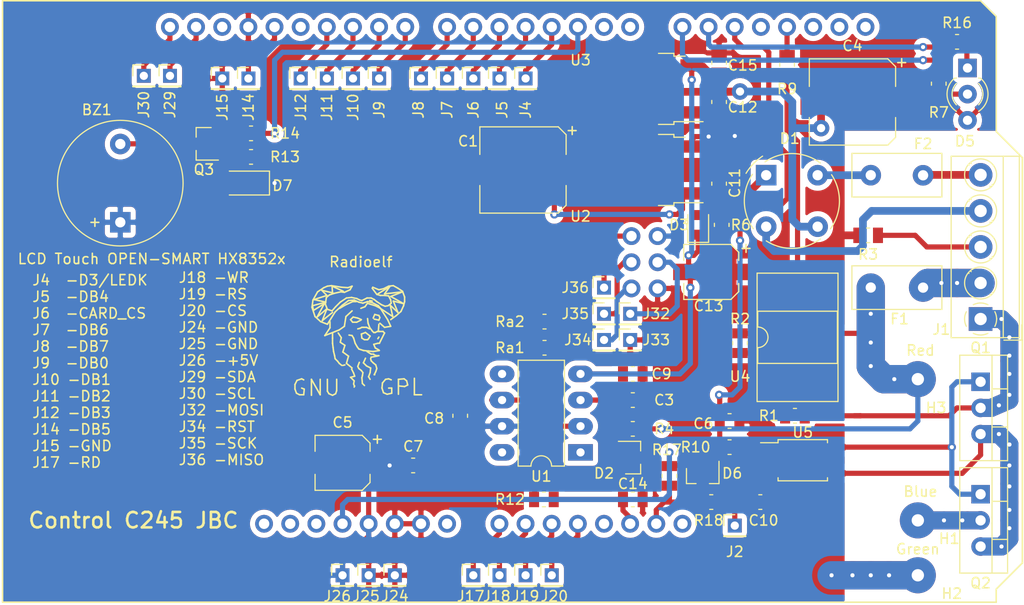
<source format=kicad_pcb>
(kicad_pcb (version 20171130) (host pcbnew 5.1.0-rc1-unknown-3b97961~76~ubuntu16.04.1)
  (layers (0 F.Cu signal) (31 B.Cu signal) (34 B.Paste user) (35 F.Paste user) (36 B.SilkS user) (37 F.SilkS user) (38 B.Mask user) (39 F.Mask user) (44 Edge.Cuts user))
  (net 0 "")
  (net 1 +5V)
  (net 2 "Net-(BZ1-Pad2)")
  (net 3 "Net-(C1-Pad1)")
  (net 4 "Net-(C3-Pad1)")
  (net 5 "Net-(C12-Pad2)")
  (net 6 Control)
  (net 7 -5V)
  (net 8 "Net-(C10-Pad1)")
  (net 9 Temperatura_JBC)
  (net 10 "Net-(D1-Pad4)")
  (net 11 "Net-(D1-Pad2)")
  (net 12 "Net-(D5-Pad1)")
  (net 13 "Net-(D5-Pad2)")
  (net 14 +3V3)
  (net 15 "Net-(D6-Pad2)")
  (net 16 "Net-(F1-Pad1)")
  (net 17 "Net-(F1-Pad2)")
  (net 18 "Net-(H1-Pad1)")
  (net 19 "Net-(J1-Pad1)")
  (net 20 "Net-(J4-Pad1)")
  (net 21 "Net-(J5-Pad1)")
  (net 22 "Net-(J6-Pad1)")
  (net 23 "Net-(J7-Pad1)")
  (net 24 "Net-(J8-Pad1)")
  (net 25 "Net-(J9-Pad1)")
  (net 26 "Net-(J10-Pad1)")
  (net 27 "Net-(J11-Pad1)")
  (net 28 "Net-(J12-Pad1)")
  (net 29 "Net-(J14-Pad1)")
  (net 30 "Net-(J17-Pad1)")
  (net 31 "Net-(J18-Pad1)")
  (net 32 "Net-(J19-Pad1)")
  (net 33 "Net-(J20-Pad1)")
  (net 34 "Net-(J32-Pad1)")
  (net 35 "Net-(J34-Pad1)")
  (net 36 "Net-(J35-Pad1)")
  (net 37 "Net-(J36-Pad1)")
  (net 38 "Net-(Q1-Pad1)")
  (net 39 "Net-(Q1-Pad3)")
  (net 40 "Net-(Q3-Pad1)")
  (net 41 "Net-(R1-Pad1)")
  (net 42 "Net-(R2-Pad1)")
  (net 43 "Net-(R7-Pad1)")
  (net 44 "Net-(R9-Pad1)")
  (net 45 Paso_Cero)
  (net 46 "Net-(R10-Pad2)")
  (net 47 "Net-(R12-Pad2)")
  (net 48 "Net-(R13-Pad1)")
  (net 49 "Net-(R16-Pad1)")
  (net 50 "Net-(Ra1-Pad2)")
  (net 51 "Net-(F2-Pad2)")
  (net 52 "Net-(J1-Pad3)")
  (net 53 0V)
  (net 54 "Net-(D3-Pad2)")
  (module Package_TO_SOT_THT:TO-220-3_Vertical (layer F.Cu) (at 188.976 101.092 270)
    (fp_text reference Q1 (at -3.302 0) (layer F.SilkS))
    (fp_text value BUZ11)
    (pad 1 thru_hole rect (at 0 0 270) (size 1.8 1.8) (drill 1) (layers *.Cu *.Mask) (net 38 "Net-(Q1-Pad1)"))
    (pad 2 thru_hole oval (at 2.54 0 270) (size 1.8 1.8) (drill 1) (layers *.Cu *.Mask) (net 19 "Net-(J1-Pad1)"))
    (pad 3 thru_hole oval (at 5.08 0 270) (size 1.8 1.8) (drill 1) (layers *.Cu *.Mask) (net 39 "Net-(Q1-Pad3)"))
  )
  (module Buzzer_Beeper:Buzzer_12x9.5RM7.6 (layer F.Cu) (at 105.41 85.598 90)
    (fp_text reference BZ1 (at 10.922 -2.286 180) (layer F.SilkS))
    (fp_text value Buzzer)
    (fp_text user + (at -0.01 -2.54 90) (layer F.SilkS))
    (pad 1 thru_hole rect (at 0 0 90) (size 2 2) (drill 1) (layers *.Cu *.Mask) (net 1 +5V))
    (pad 2 thru_hole circle (at 7.6 0 90) (size 2 2) (drill 1) (layers *.Cu *.Mask) (net 2 "Net-(BZ1-Pad2)"))
  )
  (module Capacitor_SMD:CP_Elec_8x10 (layer F.Cu) (at 144.526 80.518 180)
    (fp_text reference C1 (at 5.334 2.794) (layer F.SilkS))
    (fp_text value "220uF 25V")
    (fp_text user + (at -4.78 3.9 180) (layer F.SilkS))
    (pad 1 smd rect (at -3.05 0) (size 4 2.5) (layers F.Cu F.Paste F.Mask) (net 3 "Net-(C1-Pad1)"))
    (pad 2 smd rect (at 3.05 0) (size 4 2.5) (layers F.Cu F.Paste F.Mask) (net 53 0V))
  )
  (module Capacitor_SMD:C_0805_2012Metric (layer F.Cu) (at 155.194 102.87)
    (fp_text reference C3 (at 3.048 0) (layer F.SilkS))
    (fp_text value 1nF)
    (pad 1 smd rect (at -0.955 0) (size 0.97 1.5) (layers F.Cu F.Paste F.Mask) (net 4 "Net-(C3-Pad1)"))
    (pad 2 smd rect (at 0.955 0) (size 0.97 1.5) (layers F.Cu F.Paste F.Mask) (net 53 0V))
  )
  (module Capacitor_SMD:CP_Elec_8x10 (layer F.Cu) (at 176.53 73.914 180)
    (fp_text reference C4 (at 0 5.45 180) (layer F.SilkS))
    (fp_text value "220uF 25V")
    (fp_text user + (at -4.78 3.9 180) (layer F.SilkS))
    (pad 2 smd rect (at 3.05 0) (size 4 2.5) (layers F.Cu F.Paste F.Mask) (net 5 "Net-(C12-Pad2)"))
    (pad 1 smd rect (at -3.05 0) (size 4 2.5) (layers F.Cu F.Paste F.Mask) (net 53 0V))
  )
  (module Capacitor_SMD:CP_Elec_5x4.5 (layer F.Cu) (at 127 108.966 180)
    (fp_text reference C5 (at 0 3.92 180) (layer F.SilkS))
    (fp_text value 100uF)
    (fp_text user + (at -3.38 2.36 180) (layer F.SilkS))
    (pad 1 smd rect (at -2.2 0) (size 3 1.6) (layers F.Cu F.Paste F.Mask) (net 1 +5V))
    (pad 2 smd rect (at 2.2 0) (size 3 1.6) (layers F.Cu F.Paste F.Mask) (net 53 0V))
  )
  (module Capacitor_SMD:C_0805_2012Metric (layer F.Cu) (at 164.592 104.902 180)
    (fp_text reference C6 (at 2.54 -0.254 180) (layer F.SilkS))
    (fp_text value 1nF)
    (pad 1 smd rect (at -0.955 0 180) (size 0.97 1.5) (layers F.Cu F.Paste F.Mask) (net 53 0V))
    (pad 2 smd rect (at 0.955 0 180) (size 0.97 1.5) (layers F.Cu F.Paste F.Mask) (net 6 Control))
  )
  (module Capacitor_SMD:C_0805_2012Metric (layer F.Cu) (at 133.858 109.22)
    (fp_text reference C7 (at 0 -1.85) (layer F.SilkS))
    (fp_text value 100nF)
    (pad 2 smd rect (at 0.955 0) (size 0.97 1.5) (layers F.Cu F.Paste F.Mask) (net 53 0V))
    (pad 1 smd rect (at -0.955 0) (size 0.97 1.5) (layers F.Cu F.Paste F.Mask) (net 1 +5V))
  )
  (module Capacitor_SMD:C_0805_2012Metric (layer F.Cu) (at 138.43 104.394 270)
    (fp_text reference C8 (at 0.254 2.54) (layer F.SilkS))
    (fp_text value 100nF)
    (pad 1 smd rect (at -0.955 0 270) (size 0.97 1.5) (layers F.Cu F.Paste F.Mask) (net 53 0V))
    (pad 2 smd rect (at 0.955 0 270) (size 0.97 1.5) (layers F.Cu F.Paste F.Mask) (net 1 +5V))
  )
  (module Capacitor_SMD:C_0805_2012Metric (layer F.Cu) (at 155.194 100.33 180)
    (fp_text reference C9 (at -2.794 0 180) (layer F.SilkS))
    (fp_text value 100nF)
    (pad 2 smd rect (at 0.955 0 180) (size 0.97 1.5) (layers F.Cu F.Paste F.Mask) (net 7 -5V))
    (pad 1 smd rect (at -0.955 0 180) (size 0.97 1.5) (layers F.Cu F.Paste F.Mask) (net 53 0V))
  )
  (module Capacitor_SMD:C_0805_2012Metric (layer F.Cu) (at 167.579 112.776)
    (fp_text reference C10 (at 0.315 1.778) (layer F.SilkS))
    (fp_text value 100nF)
    (pad 2 smd rect (at 0.955 0) (size 0.97 1.5) (layers F.Cu F.Paste F.Mask) (net 53 0V))
    (pad 1 smd rect (at -0.955 0) (size 0.97 1.5) (layers F.Cu F.Paste F.Mask) (net 8 "Net-(C10-Pad1)"))
  )
  (module Capacitor_SMD:C_0805_2012Metric (layer F.Cu) (at 163.576 81.849 90)
    (fp_text reference C11 (at 0.061 1.524 90) (layer F.SilkS))
    (fp_text value 100nF)
    (pad 2 smd rect (at 0.955 0 90) (size 0.97 1.5) (layers F.Cu F.Paste F.Mask) (net 53 0V))
    (pad 1 smd rect (at -0.955 0 90) (size 0.97 1.5) (layers F.Cu F.Paste F.Mask) (net 3 "Net-(C1-Pad1)"))
  )
  (module Capacitor_SMD:C_0805_2012Metric (layer F.Cu) (at 163.576 73.914 90)
    (fp_text reference C12 (at -0.508 2.286 180) (layer F.SilkS))
    (fp_text value 100nF)
    (pad 1 smd rect (at -0.955 0 90) (size 0.97 1.5) (layers F.Cu F.Paste F.Mask) (net 53 0V))
    (pad 2 smd rect (at 0.955 0 90) (size 0.97 1.5) (layers F.Cu F.Paste F.Mask) (net 5 "Net-(C12-Pad2)"))
  )
  (module Capacitor_SMD:CP_Elec_5x4.5 (layer F.Cu) (at 162.814 90.424 180)
    (fp_text reference C13 (at 0.254 -3.302 180) (layer F.SilkS))
    (fp_text value 100uF)
    (fp_text user + (at -3.38 2.36 180) (layer F.SilkS))
    (pad 2 smd rect (at 2.2 0) (size 3 1.6) (layers F.Cu F.Paste F.Mask) (net 7 -5V))
    (pad 1 smd rect (at -2.2 0) (size 3 1.6) (layers F.Cu F.Paste F.Mask) (net 53 0V))
  )
  (module Capacitor_SMD:C_0805_2012Metric (layer F.Cu) (at 155.194 112.522)
    (fp_text reference C14 (at 0 -1.524) (layer F.SilkS))
    (fp_text value 10nF)
    (pad 1 smd rect (at -0.955 0) (size 0.97 1.5) (layers F.Cu F.Paste F.Mask) (net 9 Temperatura_JBC))
    (pad 2 smd rect (at 0.955 0) (size 0.97 1.5) (layers F.Cu F.Paste F.Mask) (net 53 0V))
  )
  (module Capacitor_SMD:C_0805_2012Metric (layer F.Cu) (at 163.576 70.104 270)
    (fp_text reference C15 (at 0.254 -2.286) (layer F.SilkS))
    (fp_text value 100nF)
    (pad 2 smd rect (at 0.955 0 270) (size 0.97 1.5) (layers F.Cu F.Paste F.Mask) (net 7 -5V))
    (pad 1 smd rect (at -0.955 0 270) (size 0.97 1.5) (layers F.Cu F.Paste F.Mask) (net 53 0V))
  )
  (module Diode_THT:Diode_Bridge_Round_D9.0mm (layer F.Cu) (at 168.148 81.026)
    (fp_text reference D1 (at 2.286 -3.556) (layer F.SilkS))
    (fp_text value Bridge)
    (pad 4 thru_hole oval (at 5 0) (size 2 2) (drill 1) (layers *.Cu *.Mask) (net 10 "Net-(D1-Pad4)"))
    (pad 2 thru_hole oval (at 0 5) (size 2 2) (drill 1) (layers *.Cu *.Mask) (net 11 "Net-(D1-Pad2)"))
    (pad 3 thru_hole oval (at 5 5) (size 2 2) (drill 1) (layers *.Cu *.Mask) (net 5 "Net-(C12-Pad2)"))
    (pad 1 thru_hole rect (at 0 0) (size 2 2) (drill 1) (layers *.Cu *.Mask) (net 3 "Net-(C1-Pad1)"))
  )
  (module Diode_SMD:D_SOT-23_BAV199 (layer F.Cu) (at 155.194 108.458)
    (fp_text reference D2 (at -2.794 1.524) (layer F.SilkS))
    (fp_text value BAV199)
    (pad 2 smd rect (at 1 0) (size 0.9 0.8) (layers F.Cu F.Paste F.Mask) (net 53 0V))
    (pad 3 smd rect (at -1 0.95) (size 0.9 0.8) (layers F.Cu F.Paste F.Mask) (net 4 "Net-(C3-Pad1)"))
    (pad 1 smd rect (at -1 -0.95) (size 0.9 0.8) (layers F.Cu F.Paste F.Mask) (net 4 "Net-(C3-Pad1)"))
  )
  (module LED_THT:LED_D3.0mm-3 (layer F.Cu) (at 187.706 70.612 270)
    (fp_text reference D5 (at 7.112 0.254) (layer F.SilkS))
    (fp_text value LED_Dual)
    (pad 1 thru_hole rect (at 0 0 270) (size 1.8 1.8) (drill 0.9) (layers *.Cu *.Mask) (net 12 "Net-(D5-Pad1)"))
    (pad 2 thru_hole circle (at 2.54 0 270) (size 1.8 1.8) (drill 0.9) (layers *.Cu *.Mask) (net 13 "Net-(D5-Pad2)"))
    (pad 3 thru_hole circle (at 5.08 0 270) (size 1.8 1.8) (drill 0.9) (layers *.Cu *.Mask) (net 53 0V))
  )
  (module Diode_SMD:D_SOT-23_BAV199 (layer F.Cu) (at 161.986 110.22 270)
    (fp_text reference D6 (at -0.238 -2.86) (layer F.SilkS))
    (fp_text value BAV199)
    (pad 1 smd rect (at -1 -0.95 270) (size 0.9 0.8) (layers F.Cu F.Paste F.Mask) (net 53 0V))
    (pad 3 smd rect (at -1 0.95 270) (size 0.9 0.8) (layers F.Cu F.Paste F.Mask) (net 14 +3V3))
    (pad 2 smd rect (at 1 0 270) (size 0.9 0.8) (layers F.Cu F.Paste F.Mask) (net 15 "Net-(D6-Pad2)"))
  )
  (module Diode_SMD:D_1206_3216Metric (layer F.Cu) (at 117.602 81.788 180)
    (fp_text reference D7 (at -3.556 -0.254 180) (layer F.SilkS))
    (fp_text value 1N4148)
    (pad 1 smd rect (at -1.505 0 180) (size 1.07 1.8) (layers F.Cu F.Paste F.Mask) (net 1 +5V))
    (pad 2 smd rect (at 1.505 0 180) (size 1.07 1.8) (layers F.Cu F.Paste F.Mask) (net 2 "Net-(BZ1-Pad2)"))
  )
  (module Fuse:Fuse_Littlefuse_395Series (layer F.Cu) (at 183.388 91.948 180)
    (fp_text reference F1 (at 2.286 -3.048 180) (layer F.SilkS))
    (fp_text value 6A)
    (pad 1 thru_hole circle (at 0 0 180) (size 2 2) (drill 1) (layers *.Cu *.Mask) (net 16 "Net-(F1-Pad1)"))
    (pad 2 thru_hole circle (at 5.08 0.01 180) (size 2 2) (drill 1) (layers *.Cu *.Mask) (net 17 "Net-(F1-Pad2)"))
  )
  (module Fuse:Fuse_Littlefuse_395Series (layer F.Cu) (at 178.308 81.026)
    (fp_text reference F2 (at 5.08 -3.048) (layer F.SilkS))
    (fp_text value 0.5A)
    (pad 2 thru_hole circle (at 5.08 0.01) (size 2 2) (drill 1) (layers *.Cu *.Mask) (net 51 "Net-(F2-Pad2)"))
    (pad 1 thru_hole circle (at 0 0) (size 2 2) (drill 1) (layers *.Cu *.Mask) (net 10 "Net-(D1-Pad4)"))
  )
  (module Connector_Wire:SolderWirePad_single_1-2mmDrill (layer F.Cu) (at 182.88 114.554)
    (fp_text reference H1 (at 3.048 1.778) (layer F.SilkS))
    (fp_text value Blue-C245)
    (pad 1 thru_hole circle (at 0 0) (size 3.50012 3.50012) (drill 1.19888) (layers *.Cu *.Mask) (net 18 "Net-(H1-Pad1)"))
  )
  (module Connector_Wire:SolderWirePad_single_1-2mmDrill (layer F.Cu) (at 182.88 119.888)
    (fp_text reference H2 (at 3.302 1.778) (layer F.SilkS))
    (fp_text value Green-C245)
    (pad 1 thru_hole circle (at 0 0) (size 3.50012 3.50012) (drill 1.19888) (layers *.Cu *.Mask) (net 53 0V))
  )
  (module Connector_Wire:SolderWirePad_single_1-2mmDrill (layer F.Cu) (at 182.88 100.838)
    (fp_text reference H3 (at 1.778 2.794) (layer F.SilkS))
    (fp_text value RED-C245)
    (pad 1 thru_hole circle (at 0 0) (size 3.50012 3.50012) (drill 1.19888) (layers *.Cu *.Mask) (net 17 "Net-(F1-Pad2)"))
  )
  (module Connector_PinHeader_2.00mm:PinHeader_1x01_P2.00mm_Vertical (layer F.Cu) (at 165.1 115.062)
    (fp_text reference J2 (at 0 2.54) (layer F.SilkS))
    (fp_text value Sleep)
    (pad 1 thru_hole rect (at 0 0) (size 1.35 1.35) (drill 0.8) (layers *.Cu *.Mask) (net 8 "Net-(C10-Pad1)"))
  )
  (module Connector_PinHeader_2.00mm:PinHeader_1x01_P2.00mm_Vertical (layer F.Cu) (at 144.78 71.628)
    (fp_text reference J4 (at 0 3.048 90) (layer F.SilkS))
    (fp_text value LCD-D3)
    (pad 1 thru_hole rect (at 0 0) (size 1.35 1.35) (drill 0.8) (layers *.Cu *.Mask) (net 20 "Net-(J4-Pad1)"))
  )
  (module Connector_PinHeader_2.00mm:PinHeader_1x01_P2.00mm_Vertical (layer F.Cu) (at 142.24 71.628)
    (fp_text reference J5 (at 0.254 3.048 90) (layer F.SilkS))
    (fp_text value LCD-DB4)
    (pad 1 thru_hole rect (at 0 0) (size 1.35 1.35) (drill 0.8) (layers *.Cu *.Mask) (net 21 "Net-(J5-Pad1)"))
  )
  (module Connector_PinHeader_2.00mm:PinHeader_1x01_P2.00mm_Vertical (layer F.Cu) (at 139.7 71.628)
    (fp_text reference J6 (at 0 3.048 90) (layer F.SilkS))
    (fp_text value SD_CS)
    (pad 1 thru_hole rect (at 0 0) (size 1.35 1.35) (drill 0.8) (layers *.Cu *.Mask) (net 22 "Net-(J6-Pad1)"))
  )
  (module Connector_PinHeader_2.00mm:PinHeader_1x01_P2.00mm_Vertical (layer F.Cu) (at 137.16 71.628)
    (fp_text reference J7 (at 0 3.048 90) (layer F.SilkS))
    (fp_text value LCD-D6_X+)
    (pad 1 thru_hole rect (at 0 0) (size 1.35 1.35) (drill 0.8) (layers *.Cu *.Mask) (net 23 "Net-(J7-Pad1)"))
  )
  (module Connector_PinHeader_2.00mm:PinHeader_1x01_P2.00mm_Vertical (layer F.Cu) (at 134.62 71.628)
    (fp_text reference J8 (at -0.254 3.048 90) (layer F.SilkS))
    (fp_text value LCD-D7_Y-)
    (pad 1 thru_hole rect (at 0 0) (size 1.35 1.35) (drill 0.8) (layers *.Cu *.Mask) (net 24 "Net-(J8-Pad1)"))
  )
  (module Connector_PinHeader_2.00mm:PinHeader_1x01_P2.00mm_Vertical (layer F.Cu) (at 130.556 71.628)
    (fp_text reference J9 (at 0 3.048 90) (layer F.SilkS))
    (fp_text value LCD-D0)
    (pad 1 thru_hole rect (at 0 0) (size 1.35 1.35) (drill 0.8) (layers *.Cu *.Mask) (net 25 "Net-(J9-Pad1)"))
  )
  (module Connector_PinHeader_2.00mm:PinHeader_1x01_P2.00mm_Vertical (layer F.Cu) (at 128.016 71.628)
    (fp_text reference J10 (at 0 2.794 90) (layer F.SilkS))
    (fp_text value LCD-D)
    (pad 1 thru_hole rect (at 0 0) (size 1.35 1.35) (drill 0.8) (layers *.Cu *.Mask) (net 26 "Net-(J10-Pad1)"))
  )
  (module Connector_PinHeader_2.00mm:PinHeader_1x01_P2.00mm_Vertical (layer F.Cu) (at 125.476 71.628)
    (fp_text reference J11 (at 0 2.794 90) (layer F.SilkS))
    (fp_text value DB2)
    (pad 1 thru_hole rect (at 0 0) (size 1.35 1.35) (drill 0.8) (layers *.Cu *.Mask) (net 27 "Net-(J11-Pad1)"))
  )
  (module Connector_PinHeader_2.00mm:PinHeader_1x01_P2.00mm_Vertical (layer F.Cu) (at 122.936 71.628)
    (fp_text reference J12 (at 0 2.794 90) (layer F.SilkS))
    (fp_text value DB3)
    (pad 1 thru_hole rect (at 0 0) (size 1.35 1.35) (drill 0.8) (layers *.Cu *.Mask) (net 28 "Net-(J12-Pad1)"))
  )
  (module Connector_PinHeader_2.00mm:PinHeader_1x01_P2.00mm_Vertical (layer F.Cu) (at 117.856 71.628)
    (fp_text reference J14 (at 0 2.794 90) (layer F.SilkS))
    (fp_text value DB5)
    (pad 1 thru_hole rect (at 0 0) (size 1.35 1.35) (drill 0.8) (layers *.Cu *.Mask) (net 29 "Net-(J14-Pad1)"))
  )
  (module Connector_PinHeader_2.00mm:PinHeader_1x01_P2.00mm_Vertical (layer F.Cu) (at 115.316 71.628)
    (fp_text reference J15 (at 0 2.794 90) (layer F.SilkS))
    (fp_text value GND-LCD)
    (pad 1 thru_hole rect (at 0 0) (size 1.35 1.35) (drill 0.8) (layers *.Cu *.Mask) (net 53 0V))
  )
  (module Connector_PinHeader_2.00mm:PinHeader_1x01_P2.00mm_Vertical (layer F.Cu) (at 139.7 119.888)
    (fp_text reference J17 (at -0.254 2.032) (layer F.SilkS))
    (fp_text value LCD-RD)
    (pad 1 thru_hole rect (at 0 0) (size 1.35 1.35) (drill 0.8) (layers *.Cu *.Mask) (net 30 "Net-(J17-Pad1)"))
  )
  (module Connector_PinHeader_2.00mm:PinHeader_1x01_P2.00mm_Vertical (layer F.Cu) (at 142.24 119.888)
    (fp_text reference J18 (at -0.254 2.032) (layer F.SilkS))
    (fp_text value LCD-WR_Y+)
    (pad 1 thru_hole rect (at 0 0) (size 1.35 1.35) (drill 0.8) (layers *.Cu *.Mask) (net 31 "Net-(J18-Pad1)"))
  )
  (module Connector_PinHeader_2.00mm:PinHeader_1x01_P2.00mm_Vertical (layer F.Cu) (at 144.78 119.888)
    (fp_text reference J19 (at 0 2.032) (layer F.SilkS))
    (fp_text value LCD-RS_X-)
    (pad 1 thru_hole rect (at 0 0) (size 1.35 1.35) (drill 0.8) (layers *.Cu *.Mask) (net 32 "Net-(J19-Pad1)"))
  )
  (module Connector_PinHeader_2.00mm:PinHeader_1x01_P2.00mm_Vertical (layer F.Cu) (at 147.32 119.888)
    (fp_text reference J20 (at 0.254 2.032) (layer F.SilkS))
    (fp_text value LCD-CS)
    (pad 1 thru_hole rect (at 0 0) (size 1.35 1.35) (drill 0.8) (layers *.Cu *.Mask) (net 33 "Net-(J20-Pad1)"))
  )
  (module Connector_PinHeader_2.00mm:PinHeader_1x01_P2.00mm_Vertical (layer F.Cu) (at 132.08 119.888)
    (fp_text reference J24 (at 0 2.032) (layer F.SilkS))
    (fp_text value GND-LCD)
    (pad 1 thru_hole rect (at 0 0) (size 1.35 1.35) (drill 0.8) (layers *.Cu *.Mask) (net 53 0V))
  )
  (module Connector_PinHeader_2.00mm:PinHeader_1x01_P2.00mm_Vertical (layer F.Cu) (at 129.54 119.888)
    (fp_text reference J25 (at -0.254 2.032) (layer F.SilkS))
    (fp_text value GND-LCD)
    (pad 1 thru_hole rect (at 0 0) (size 1.35 1.35) (drill 0.8) (layers *.Cu *.Mask) (net 53 0V))
  )
  (module Connector_PinHeader_2.00mm:PinHeader_1x01_P2.00mm_Vertical (layer F.Cu) (at 127 119.888)
    (fp_text reference J26 (at -0.508 2.032) (layer F.SilkS))
    (fp_text value +5V-LCD)
    (pad 1 thru_hole rect (at 0 0) (size 1.35 1.35) (drill 0.8) (layers *.Cu *.Mask) (net 1 +5V))
  )
  (module Connector_PinHeader_2.00mm:PinHeader_1x01_P2.00mm_Vertical (layer F.Cu) (at 110.236 71.374)
    (fp_text reference J29 (at 0 2.794 90) (layer F.SilkS))
    (fp_text value SDA-LM75)
    (pad 1 thru_hole rect (at 0 0) (size 1.35 1.35) (drill 0.8) (layers *.Cu *.Mask))
  )
  (module Connector_PinHeader_2.00mm:PinHeader_1x01_P2.00mm_Vertical (layer F.Cu) (at 107.696 71.374)
    (fp_text reference J30 (at 0 2.794 90) (layer F.SilkS))
    (fp_text value SCL-LM75)
    (pad 1 thru_hole rect (at 0 0) (size 1.35 1.35) (drill 0.8) (layers *.Cu *.Mask))
  )
  (module Connector_PinHeader_2.00mm:PinHeader_1x01_P2.00mm_Vertical (layer F.Cu) (at 154.94 94.488)
    (fp_text reference J32 (at 2.54 0) (layer F.SilkS))
    (fp_text value SD-MOSI-LCD)
    (pad 1 thru_hole rect (at 0 0) (size 1.35 1.35) (drill 0.8) (layers *.Cu *.Mask) (net 34 "Net-(J32-Pad1)"))
  )
  (module Connector_PinHeader_2.00mm:PinHeader_1x01_P2.00mm_Vertical (layer F.Cu) (at 154.94 97.028)
    (fp_text reference J33 (at 2.54 0) (layer F.SilkS))
    (fp_text value GND-LCD)
    (pad 1 thru_hole rect (at 0 0) (size 1.35 1.35) (drill 0.8) (layers *.Cu *.Mask) (net 53 0V))
  )
  (module Connector_PinHeader_2.00mm:PinHeader_1x01_P2.00mm_Vertical (layer F.Cu) (at 152.4 97.028)
    (fp_text reference J34 (at -2.54 0) (layer F.SilkS))
    (fp_text value LCD-RST)
    (pad 1 thru_hole rect (at 0 0) (size 1.35 1.35) (drill 0.8) (layers *.Cu *.Mask) (net 35 "Net-(J34-Pad1)"))
  )
  (module Connector_PinHeader_2.00mm:PinHeader_1x01_P2.00mm_Vertical (layer F.Cu) (at 152.4 94.488)
    (fp_text reference J35 (at -2.794 0) (layer F.SilkS))
    (fp_text value SD-SCK-LCD)
    (pad 1 thru_hole rect (at 0 0) (size 1.35 1.35) (drill 0.8) (layers *.Cu *.Mask) (net 36 "Net-(J35-Pad1)"))
  )
  (module Connector_PinHeader_2.00mm:PinHeader_1x01_P2.00mm_Vertical (layer F.Cu) (at 152.4 91.948)
    (fp_text reference J36 (at -2.794 0) (layer F.SilkS))
    (fp_text value SD-MISO-LCD)
    (pad 1 thru_hole rect (at 0 0) (size 1.35 1.35) (drill 0.8) (layers *.Cu *.Mask) (net 37 "Net-(J36-Pad1)"))
  )
  (module Package_TO_SOT_THT:TO-220-3_Vertical (layer F.Cu) (at 188.976 112.014 270)
    (fp_text reference Q2 (at 8.636 0) (layer F.SilkS))
    (fp_text value BUZ11)
    (pad 3 thru_hole oval (at 5.08 0 270) (size 1.8 1.8) (drill 1) (layers *.Cu *.Mask) (net 39 "Net-(Q1-Pad3)"))
    (pad 2 thru_hole oval (at 2.54 0 270) (size 1.8 1.8) (drill 1) (layers *.Cu *.Mask) (net 18 "Net-(H1-Pad1)"))
    (pad 1 thru_hole rect (at 0 0 270) (size 1.8 1.8) (drill 1) (layers *.Cu *.Mask) (net 38 "Net-(Q1-Pad1)"))
  )
  (module Package_TO_SOT_SMD:SOT-23 (layer F.Cu) (at 113.538 77.978 180)
    (fp_text reference Q3 (at 0 -2.5 180) (layer F.SilkS))
    (fp_text value BSS138)
    (pad 1 smd rect (at -1 -0.95 180) (size 0.9 0.8) (layers F.Cu F.Paste F.Mask) (net 40 "Net-(Q3-Pad1)"))
    (pad 2 smd rect (at -1 0.95 180) (size 0.9 0.8) (layers F.Cu F.Paste F.Mask) (net 53 0V))
    (pad 3 smd rect (at 1 0 180) (size 0.9 0.8) (layers F.Cu F.Paste F.Mask) (net 2 "Net-(BZ1-Pad2)"))
  )
  (module Resistor_SMD:R_0805_2012Metric (layer F.Cu) (at 170.942 104.394)
    (fp_text reference R1 (at -2.54 0) (layer F.SilkS))
    (fp_text value 2K2)
    (pad 2 smd rect (at 0.955 0) (size 0.97 1.5) (layers F.Cu F.Paste F.Mask) (net 19 "Net-(J1-Pad1)"))
    (pad 1 smd rect (at -0.955 0) (size 0.97 1.5) (layers F.Cu F.Paste F.Mask) (net 41 "Net-(R1-Pad1)"))
  )
  (module Resistor_SMD:R_0805_2012Metric (layer F.Cu) (at 165.608 97.343 90)
    (fp_text reference R2 (at 2.347 0 180) (layer F.SilkS))
    (fp_text value 2K2)
    (pad 1 smd rect (at -0.955 0 90) (size 0.97 1.5) (layers F.Cu F.Paste F.Mask) (net 42 "Net-(R2-Pad1)"))
    (pad 2 smd rect (at 0.955 0 90) (size 0.97 1.5) (layers F.Cu F.Paste F.Mask) (net 17 "Net-(F1-Pad2)"))
  )
  (module Resistor_SMD:R_0805_2012Metric (layer F.Cu) (at 155.194 105.664)
    (fp_text reference R4 (at 3.048 0) (layer F.SilkS))
    (fp_text value 10K)
    (pad 1 smd rect (at -0.955 0) (size 0.97 1.5) (layers F.Cu F.Paste F.Mask) (net 4 "Net-(C3-Pad1)"))
    (pad 2 smd rect (at 0.955 0) (size 0.97 1.5) (layers F.Cu F.Paste F.Mask) (net 17 "Net-(F1-Pad2)"))
  )
  (module Resistor_SMD:R_0805_2012Metric (layer F.Cu) (at 163.83 85.852 270)
    (fp_text reference R6 (at 0 -1.85) (layer F.SilkS))
    (fp_text value 1K)
    (pad 2 smd rect (at 0.955 0 270) (size 0.97 1.5) (layers F.Cu F.Paste F.Mask) (net 53 0V))
    (pad 1 smd rect (at -0.955 0 270) (size 0.97 1.5) (layers F.Cu F.Paste F.Mask) (net 54 "Net-(D3-Pad2)"))
  )
  (module Resistor_SMD:R_0805_2012Metric (layer F.Cu) (at 184.912 72.136 270)
    (fp_text reference R7 (at 2.794 0) (layer F.SilkS))
    (fp_text value 470R)
    (pad 2 smd rect (at 0.955 0 270) (size 0.97 1.5) (layers F.Cu F.Paste F.Mask) (net 13 "Net-(D5-Pad2)"))
    (pad 1 smd rect (at -0.955 0 270) (size 0.97 1.5) (layers F.Cu F.Paste F.Mask) (net 43 "Net-(R7-Pad1)"))
  )
  (module Resistor_SMD:R_0805_2012Metric (layer F.Cu) (at 170.18 70.297 90)
    (fp_text reference R9 (at -2.347 0 180) (layer F.SilkS))
    (fp_text value 330R)
    (pad 1 smd rect (at -0.955 0 90) (size 0.97 1.5) (layers F.Cu F.Paste F.Mask) (net 44 "Net-(R9-Pad1)"))
    (pad 2 smd rect (at 0.955 0 90) (size 0.97 1.5) (layers F.Cu F.Paste F.Mask) (net 45 Paso_Cero))
  )
  (module Resistor_SMD:R_0805_2012Metric (layer F.Cu) (at 164.592 107.442)
    (fp_text reference R10 (at -3.302 0) (layer F.SilkS))
    (fp_text value 330)
    (pad 2 smd rect (at 0.955 0) (size 0.97 1.5) (layers F.Cu F.Paste F.Mask) (net 46 "Net-(R10-Pad2)"))
    (pad 1 smd rect (at -0.955 0) (size 0.97 1.5) (layers F.Cu F.Paste F.Mask) (net 6 Control))
  )
  (module Resistor_SMD:R_0805_2012Metric (layer F.Cu) (at 146.558 112.522 180)
    (fp_text reference R12 (at 3.302 0 180) (layer F.SilkS))
    (fp_text value 10K)
    (pad 1 smd rect (at -0.955 0 180) (size 0.97 1.5) (layers F.Cu F.Paste F.Mask) (net 9 Temperatura_JBC))
    (pad 2 smd rect (at 0.955 0 180) (size 0.97 1.5) (layers F.Cu F.Paste F.Mask) (net 47 "Net-(R12-Pad2)"))
  )
  (module Resistor_SMD:R_0805_2012Metric (layer F.Cu) (at 118.11 79.248 180)
    (fp_text reference R13 (at -3.302 0 180) (layer F.SilkS))
    (fp_text value 470R)
    (pad 1 smd rect (at -0.955 0 180) (size 0.97 1.5) (layers F.Cu F.Paste F.Mask) (net 48 "Net-(R13-Pad1)"))
    (pad 2 smd rect (at 0.955 0 180) (size 0.97 1.5) (layers F.Cu F.Paste F.Mask) (net 40 "Net-(Q3-Pad1)"))
  )
  (module Resistor_SMD:R_0805_2012Metric (layer F.Cu) (at 118.11 76.962)
    (fp_text reference R14 (at 3.302 0) (layer F.SilkS))
    (fp_text value 10K)
    (pad 2 smd rect (at 0.955 0) (size 0.97 1.5) (layers F.Cu F.Paste F.Mask) (net 48 "Net-(R13-Pad1)"))
    (pad 1 smd rect (at -0.955 0) (size 0.97 1.5) (layers F.Cu F.Paste F.Mask) (net 53 0V))
  )
  (module Resistor_SMD:R_0805_2012Metric (layer F.Cu) (at 186.69 68.072)
    (fp_text reference R16 (at 0 -1.85) (layer F.SilkS))
    (fp_text value 470R)
    (pad 2 smd rect (at 0.955 0) (size 0.97 1.5) (layers F.Cu F.Paste F.Mask) (net 12 "Net-(D5-Pad1)"))
    (pad 1 smd rect (at -0.955 0) (size 0.97 1.5) (layers F.Cu F.Paste F.Mask) (net 49 "Net-(R16-Pad1)"))
  )
  (module Resistor_SMD:R_0805_2012Metric (layer F.Cu) (at 158.75 110.236 270)
    (fp_text reference R17 (at -2.54 0.254) (layer F.SilkS))
    (fp_text value 6M5)
    (pad 2 smd rect (at 0.955 0 270) (size 0.97 1.5) (layers F.Cu F.Paste F.Mask) (net 15 "Net-(D6-Pad2)"))
    (pad 1 smd rect (at -0.955 0 270) (size 0.97 1.5) (layers F.Cu F.Paste F.Mask) (net 14 +3V3))
  )
  (module Resistor_SMD:R_0805_2012Metric (layer F.Cu) (at 162.814 112.776)
    (fp_text reference R18 (at -0.254 1.778) (layer F.SilkS))
    (fp_text value 1k8)
    (pad 1 smd rect (at -0.955 0) (size 0.97 1.5) (layers F.Cu F.Paste F.Mask) (net 15 "Net-(D6-Pad2)"))
    (pad 2 smd rect (at 0.955 0) (size 0.97 1.5) (layers F.Cu F.Paste F.Mask) (net 8 "Net-(C10-Pad1)"))
  )
  (module Resistor_SMD:R_0805_2012Metric (layer F.Cu) (at 146.619 97.79)
    (fp_text reference Ra1 (at -3.363 0) (layer F.SilkS))
    (fp_text value 100K)
    (pad 2 smd rect (at 0.955 0) (size 0.97 1.5) (layers F.Cu F.Paste F.Mask) (net 50 "Net-(Ra1-Pad2)"))
    (pad 1 smd rect (at -0.955 0) (size 0.97 1.5) (layers F.Cu F.Paste F.Mask) (net 47 "Net-(R12-Pad2)"))
  )
  (module Resistor_SMD:R_0805_2012Metric (layer F.Cu) (at 146.619 95.25)
    (fp_text reference Ra2 (at -3.363 0) (layer F.SilkS))
    (fp_text value 330R)
    (pad 1 smd rect (at -0.955 0) (size 0.97 1.5) (layers F.Cu F.Paste F.Mask) (net 53 0V))
    (pad 2 smd rect (at 0.955 0) (size 0.97 1.5) (layers F.Cu F.Paste F.Mask) (net 50 "Net-(Ra1-Pad2)"))
  )
  (module Package_TO_SOT_SMD:TO-252-2 (layer F.Cu) (at 156.718 80.518 180)
    (fp_text reference U2 (at 6.604 -4.5 180) (layer F.SilkS))
    (fp_text value LM7805_TO252)
    (pad 1 smd rect (at -4.2 -2.28 180) (size 2.2 1.2) (layers F.Cu F.Paste F.Mask) (net 3 "Net-(C1-Pad1)"))
    (pad 3 smd rect (at -4.2 2.28 180) (size 2.2 1.2) (layers F.Cu F.Paste F.Mask) (net 1 +5V))
    (pad 2 smd rect (at 2.1 0 180) (size 6.4 5.8) (layers F.Cu F.Mask) (net 53 0V))
  )
  (module Package_TO_SOT_SMD:TO-252-2 (layer F.Cu) (at 156.718 72.644 180)
    (fp_text reference U3 (at 6.604 2.794 180) (layer F.SilkS))
    (fp_text value MC79M05_TO252)
    (pad 2 smd rect (at 2.1 0 180) (size 6.4 5.8) (layers F.Cu F.Mask) (net 5 "Net-(C12-Pad2)"))
    (pad 3 smd rect (at -4.2 2.28 180) (size 2.2 1.2) (layers F.Cu F.Paste F.Mask) (net 7 -5V))
    (pad 1 smd rect (at -4.2 -2.28 180) (size 2.2 1.2) (layers F.Cu F.Paste F.Mask) (net 53 0V))
  )
  (module Package_DIP:DIP-6_W8.89mm_SMDSocket_LongPads (layer F.Cu) (at 171.196 96.774 90)
    (fp_text reference U4 (at -3.81 -5.588 180) (layer F.SilkS))
    (fp_text value H11AA1-X009T)
    (pad 1 smd rect (at -4.445 -2.54 90) (size 3.1 1.6) (layers F.Cu F.Paste F.Mask) (net 41 "Net-(R1-Pad1)"))
    (pad 4 smd rect (at 4.445 2.54 90) (size 3.1 1.6) (layers F.Cu F.Paste F.Mask) (net 53 0V))
    (pad 2 smd rect (at -4.445 0 90) (size 3.1 1.6) (layers F.Cu F.Paste F.Mask) (net 42 "Net-(R2-Pad1)"))
    (pad 5 smd rect (at 4.445 0 90) (size 3.1 1.6) (layers F.Cu F.Paste F.Mask) (net 44 "Net-(R9-Pad1)"))
    (pad 3 smd rect (at -4.445 2.54 90) (size 3.1 1.6) (layers F.Cu F.Paste F.Mask))
    (pad 6 smd rect (at 4.445 -2.54 90) (size 3.1 1.6) (layers F.Cu F.Paste F.Mask))
  )
  (module Package_SO:SO-4_4.4x3.6mm_P2.54mm (layer F.Cu) (at 171.704 108.712)
    (fp_text reference U5 (at 0 -2.7) (layer F.SilkS))
    (fp_text value VOM1271T)
    (pad 1 smd rect (at -3.15 -1.27) (size 2 0.64) (layers F.Cu F.Paste F.Mask) (net 46 "Net-(R10-Pad2)"))
    (pad 2 smd rect (at -3.15 1.27) (size 2 0.64) (layers F.Cu F.Paste F.Mask) (net 53 0V))
    (pad 3 smd rect (at 3.15 1.27) (size 2 0.64) (layers F.Cu F.Paste F.Mask) (net 39 "Net-(Q1-Pad3)"))
    (pad 4 smd rect (at 3.15 -1.27) (size 2 0.64) (layers F.Cu F.Paste F.Mask) (net 38 "Net-(Q1-Pad1)"))
  )
  (module Arduino:Arduino_Mega2560_MOD (layer F.Cu) (at 93.976 122.503001)
    (fp_text reference XA1)
    (fp_text value Arduino_Mega2560_Shield)
    (pad RST2 thru_hole oval (at 61.087 -30.48) (size 1.7272 1.7272) (drill 1.016) (layers *.Cu *.Mask) (net 35 "Net-(J34-Pad1)"))
    (pad GND4 thru_hole oval (at 63.627 -30.48) (size 1.7272 1.7272) (drill 1.016) (layers *.Cu *.Mask) (net 53 0V))
    (pad MOSI thru_hole oval (at 63.627 -33.02) (size 1.7272 1.7272) (drill 1.016) (layers *.Cu *.Mask) (net 34 "Net-(J32-Pad1)"))
    (pad SCK thru_hole oval (at 61.087 -33.02) (size 1.7272 1.7272) (drill 1.016) (layers *.Cu *.Mask) (net 36 "Net-(J35-Pad1)"))
    (pad 5V2 thru_hole oval (at 63.627 -35.56) (size 1.7272 1.7272) (drill 1.016) (layers *.Cu *.Mask) (net 1 +5V))
    (pad A0 thru_hole oval (at 48.26 -7.62) (size 1.7272 1.7272) (drill 1.016) (layers *.Cu *.Mask) (net 30 "Net-(J17-Pad1)"))
    (pad VIN thru_hole oval (at 43.18 -7.62) (size 1.7272 1.7272) (drill 1.016) (layers *.Cu *.Mask))
    (pad GND3 thru_hole oval (at 40.64 -7.62) (size 1.7272 1.7272) (drill 1.016) (layers *.Cu *.Mask) (net 53 0V))
    (pad GND2 thru_hole oval (at 38.1 -7.62) (size 1.7272 1.7272) (drill 1.016) (layers *.Cu *.Mask) (net 53 0V))
    (pad 5V1 thru_hole oval (at 35.56 -7.62) (size 1.7272 1.7272) (drill 1.016) (layers *.Cu *.Mask) (net 1 +5V))
    (pad 3V3 thru_hole oval (at 33.02 -7.62) (size 1.7272 1.7272) (drill 1.016) (layers *.Cu *.Mask) (net 14 +3V3))
    (pad RST1 thru_hole oval (at 30.48 -7.62) (size 1.7272 1.7272) (drill 1.016) (layers *.Cu *.Mask))
    (pad IORF thru_hole oval (at 27.94 -7.62) (size 1.7272 1.7272) (drill 1.016) (layers *.Cu *.Mask))
    (pad D21 thru_hole oval (at 83.82 -55.88) (size 1.7272 1.7272) (drill 1.016) (layers *.Cu *.Mask))
    (pad D20 thru_hole oval (at 81.28 -55.88) (size 1.7272 1.7272) (drill 1.016) (layers *.Cu *.Mask))
    (pad D19 thru_hole oval (at 78.74 -55.88) (size 1.7272 1.7272) (drill 1.016) (layers *.Cu *.Mask))
    (pad D18 thru_hole oval (at 76.2 -55.88) (size 1.7272 1.7272) (drill 1.016) (layers *.Cu *.Mask) (net 45 Paso_Cero))
    (pad D17 thru_hole oval (at 73.66 -55.88) (size 1.7272 1.7272) (drill 1.016) (layers *.Cu *.Mask))
    (pad D16 thru_hole oval (at 71.12 -55.88) (size 1.7272 1.7272) (drill 1.016) (layers *.Cu *.Mask) (net 6 Control))
    (pad D15 thru_hole oval (at 68.58 -55.88) (size 1.7272 1.7272) (drill 1.016) (layers *.Cu *.Mask) (net 49 "Net-(R16-Pad1)"))
    (pad D14 thru_hole oval (at 66.04 -55.88) (size 1.7272 1.7272) (drill 1.016) (layers *.Cu *.Mask) (net 43 "Net-(R7-Pad1)"))
    (pad D0 thru_hole oval (at 60.96 -55.88) (size 1.7272 1.7272) (drill 1.016) (layers *.Cu *.Mask))
    (pad D1 thru_hole oval (at 58.42 -55.88) (size 1.7272 1.7272) (drill 1.016) (layers *.Cu *.Mask))
    (pad D2 thru_hole oval (at 55.88 -55.88) (size 1.7272 1.7272) (drill 1.016) (layers *.Cu *.Mask) (net 48 "Net-(R13-Pad1)"))
    (pad D3 thru_hole oval (at 53.34 -55.88) (size 1.7272 1.7272) (drill 1.016) (layers *.Cu *.Mask) (net 20 "Net-(J4-Pad1)"))
    (pad D4 thru_hole oval (at 50.8 -55.88) (size 1.7272 1.7272) (drill 1.016) (layers *.Cu *.Mask) (net 21 "Net-(J5-Pad1)"))
    (pad D5 thru_hole oval (at 48.26 -55.88) (size 1.7272 1.7272) (drill 1.016) (layers *.Cu *.Mask) (net 22 "Net-(J6-Pad1)"))
    (pad D6 thru_hole oval (at 45.72 -55.88) (size 1.7272 1.7272) (drill 1.016) (layers *.Cu *.Mask) (net 23 "Net-(J7-Pad1)"))
    (pad D7 thru_hole oval (at 43.18 -55.88) (size 1.7272 1.7272) (drill 1.016) (layers *.Cu *.Mask) (net 24 "Net-(J8-Pad1)"))
    (pad GND1 thru_hole oval (at 23.876 -55.88) (size 1.7272 1.7272) (drill 1.016) (layers *.Cu *.Mask) (net 53 0V))
    (pad D8 thru_hole oval (at 39.116 -55.88) (size 1.7272 1.7272) (drill 1.016) (layers *.Cu *.Mask) (net 25 "Net-(J9-Pad1)"))
    (pad D9 thru_hole oval (at 36.576 -55.88) (size 1.7272 1.7272) (drill 1.016) (layers *.Cu *.Mask) (net 26 "Net-(J10-Pad1)"))
    (pad D10 thru_hole oval (at 34.036 -55.88) (size 1.7272 1.7272) (drill 1.016) (layers *.Cu *.Mask) (net 27 "Net-(J11-Pad1)"))
    (pad SCL1 thru_hole oval (at 16.256 -55.88) (size 1.7272 1.7272) (drill 1.016) (layers *.Cu *.Mask))
    (pad SDA1 thru_hole oval (at 18.796 -55.88) (size 1.7272 1.7272) (drill 1.016) (layers *.Cu *.Mask))
    (pad AREF thru_hole oval (at 21.336 -55.88) (size 1.7272 1.7272) (drill 1.016) (layers *.Cu *.Mask))
    (pad D13 thru_hole oval (at 26.416 -55.88) (size 1.7272 1.7272) (drill 1.016) (layers *.Cu *.Mask) (net 29 "Net-(J14-Pad1)"))
    (pad D12 thru_hole oval (at 28.956 -55.88) (size 1.7272 1.7272) (drill 1.016) (layers *.Cu *.Mask))
    (pad D11 thru_hole oval (at 31.496 -55.88) (size 1.7272 1.7272) (drill 1.016) (layers *.Cu *.Mask) (net 28 "Net-(J12-Pad1)"))
    (pad "" thru_hole oval (at 25.4 -7.62) (size 1.7272 1.7272) (drill 1.016) (layers *.Cu *.Mask))
    (pad A1 thru_hole oval (at 50.8 -7.62) (size 1.7272 1.7272) (drill 1.016) (layers *.Cu *.Mask) (net 31 "Net-(J18-Pad1)"))
    (pad A2 thru_hole oval (at 53.34 -7.62) (size 1.7272 1.7272) (drill 1.016) (layers *.Cu *.Mask) (net 32 "Net-(J19-Pad1)"))
    (pad A3 thru_hole oval (at 55.88 -7.62) (size 1.7272 1.7272) (drill 1.016) (layers *.Cu *.Mask) (net 33 "Net-(J20-Pad1)"))
    (pad A4 thru_hole oval (at 58.42 -7.62) (size 1.7272 1.7272) (drill 1.016) (layers *.Cu *.Mask))
    (pad A5 thru_hole oval (at 60.96 -7.62) (size 1.7272 1.7272) (drill 1.016) (layers *.Cu *.Mask) (net 9 Temperatura_JBC))
    (pad A6 thru_hole oval (at 63.5 -7.62) (size 1.7272 1.7272) (drill 1.016) (layers *.Cu *.Mask) (net 15 "Net-(D6-Pad2)"))
    (pad A7 thru_hole oval (at 66.04 -7.62) (size 1.7272 1.7272) (drill 1.016) (layers *.Cu *.Mask))
    (pad MISO thru_hole oval (at 61.087 -35.56) (size 1.7272 1.7272) (drill 1.016) (layers *.Cu *.Mask) (net 37 "Net-(J36-Pad1)"))
  )
  (module TerminalBlock_MetzConnect:TerminalBlock_MetzConnect_Type059_RT06305HBWC_1x05_P3.50mm_Horizontal (layer F.Cu) (at 188.976 94.996 90)
    (fp_text reference J1 (at -1.016 -3.81 180) (layer F.SilkS))
    (fp_text value "Power AC")
    (pad 1 thru_hole rect (at 0 0 90) (size 2.3 2.3) (drill 1.2) (layers *.Cu *.Mask) (net 19 "Net-(J1-Pad1)"))
    (pad 2 thru_hole circle (at 3.5 0 90) (size 2.3 2.3) (drill 1.2) (layers *.Cu *.Mask) (net 16 "Net-(F1-Pad1)"))
    (pad 3 thru_hole circle (at 7 0 90) (size 2.3 2.3) (drill 1.2) (layers *.Cu *.Mask) (net 52 "Net-(J1-Pad3)"))
    (pad 4 thru_hole circle (at 10.5 0 90) (size 2.3 2.3) (drill 1.2) (layers *.Cu *.Mask) (net 11 "Net-(D1-Pad2)"))
    (pad 5 thru_hole circle (at 14 0 90) (size 2.3 2.3) (drill 1.2) (layers *.Cu *.Mask) (net 51 "Net-(F2-Pad2)"))
  )
  (module Symbol:Symbol_GNU-Logo_SilkscreenTop (layer F.Cu) (at 128.778 95.504)
    (fp_text reference Radioelf (at 0 -6.05028) (layer F.SilkS))
    (fp_text value Symbol_GNU-Logo_SilkscreenTop)
  )
  (module Resistor_SMD:R_0805_2012Metric (layer F.Cu) (at 178.054 86.868 180)
    (fp_text reference R3 (at 0 -1.85 180) (layer F.SilkS))
    (fp_text value 0R)
    (pad 1 smd rect (at -0.955 0 180) (size 0.97 1.5) (layers F.Cu F.Paste F.Mask) (net 52 "Net-(J1-Pad3)"))
    (pad 2 smd rect (at 0.955 0 180) (size 0.97 1.5) (layers F.Cu F.Paste F.Mask) (net 53 0V))
  )
  (module LED_SMD:LED_0805_2012Metric (layer F.Cu) (at 161.544 85.852 90)
    (fp_text reference D3 (at 0 -1.85 180) (layer F.SilkS))
    (fp_text value LED)
    (pad 1 smd rect (at -0.955 0 90) (size 0.97 1.5) (layers F.Cu F.Paste F.Mask) (net 7 -5V))
    (pad 2 smd rect (at 0.955 0 90) (size 0.97 1.5) (layers F.Cu F.Paste F.Mask) (net 54 "Net-(D3-Pad2)"))
  )
  (module Package_DIP:DIP-8_W7.62mm_LongPads (layer F.Cu) (at 150.114 107.95 180)
    (fp_text reference U1 (at 3.81 -2.33 180) (layer F.SilkS))
    (fp_text value OPA177)
    (pad 1 thru_hole rect (at 0 0 180) (size 2.4 1.6) (drill 0.8) (layers *.Cu *.Mask))
    (pad 5 thru_hole oval (at 7.62 7.62 180) (size 2.4 1.6) (drill 0.8) (layers *.Cu *.Mask))
    (pad 2 thru_hole oval (at 0 2.54 180) (size 2.4 1.6) (drill 0.8) (layers *.Cu *.Mask) (net 50 "Net-(Ra1-Pad2)"))
    (pad 6 thru_hole oval (at 7.62 5.08 180) (size 2.4 1.6) (drill 0.8) (layers *.Cu *.Mask) (net 47 "Net-(R12-Pad2)"))
    (pad 3 thru_hole oval (at 0 5.08 180) (size 2.4 1.6) (drill 0.8) (layers *.Cu *.Mask) (net 4 "Net-(C3-Pad1)"))
    (pad 7 thru_hole oval (at 7.62 2.54 180) (size 2.4 1.6) (drill 0.8) (layers *.Cu *.Mask) (net 1 +5V))
    (pad 4 thru_hole oval (at 0 7.62 180) (size 2.4 1.6) (drill 0.8) (layers *.Cu *.Mask) (net 7 -5V))
    (pad 8 thru_hole oval (at 7.62 0 180) (size 2.4 1.6) (drill 0.8) (layers *.Cu *.Mask))
  )
  (gr_text Red (at 183.134 98.044) (layer F.SilkS) (effects (font (size 1 1))))
  (gr_text Blue (at 183.134 111.76) (layer F.SilkS) (effects (font (size 1 1))))
  (gr_text Green (at 182.88 117.348) (layer F.SilkS) (effects (font (size 1 1))))
  (gr_text "Control C245 JBC" (at 106.68 114.554) (layer F.SilkS) (effects (font (size 1.5 1.5) (thickness 0.25))))
  (gr_text "J18 -WR\nJ19 -RS\nJ20 -CS\nJ24 -GND\nJ25 -GND\nJ26 -+5V\nJ29 -SDA\nJ30 -SCL\nJ32 -MOSI\nJ34 -RST\nJ35 -SCK\nJ36 -MISO" (at 110.998 99.822) (layer F.SilkS) (effects (font (size 1 1)) (justify left)))
  (gr_text "J4  -D3/LEDK\nJ5  -DB4\nJ6  -CARD_CS\nJ7  -DB6\nJ8  -DB7\nJ9  -DB0\nJ10 -DB1\nJ11 -DB2\nJ12 -DB3\nJ14 -DB5\nJ15 -GND\nJ17 -RD" (at 96.774 100.076) (layer F.SilkS) (effects (font (size 1 1)) (justify left)))
  (gr_text "LCD Touch OPEN-SMART HX8352x" (at 108.458 89.154) (layer F.SilkS) (effects (font (size 1 1))))
  (segment (start 112.772 66.623001) (end 112.772 67.822) (width 0.5) (layer F.Cu) (net 0))
  (segment (start 110.236 70.358) (end 110.236 71.374) (width 0.5) (layer F.Cu) (net 0))
  (segment (start 112.772 67.822) (end 110.236 70.358) (width 0.5) (layer F.Cu) (net 0))
  (segment (start 110.232 66.623001) (end 110.232 67.822) (width 0.5) (layer F.Cu) (net 0))
  (segment (start 107.696 70.358) (end 107.696 71.374) (width 0.5) (layer F.Cu) (net 0))
  (segment (start 110.232 67.822) (end 107.696 70.358) (width 0.5) (layer F.Cu) (net 0))
  (segment (start 105.429 85.579) (end 105.41 85.598) (width 0.5) (layer F.Cu) (net 1))
  (segment (start 129.536 114.883001) (end 129.536 116.082) (width 0.5) (layer F.Cu) (net 1))
  (segment (start 127 118.618) (end 127 119.888) (width 0.5) (layer F.Cu) (net 1))
  (segment (start 129.536 116.082) (end 127 118.618) (width 0.5) (layer F.Cu) (net 1))
  (via (at 120.396 81.788) (size 0.8) (drill 0.4) (layers F.Cu B.Cu) (net 1))
  (segment (start 129.536 109.302) (end 129.2 108.966) (width 0.5) (layer F.Cu) (net 1))
  (segment (start 129.536 114.883001) (end 129.536 109.302) (width 0.5) (layer F.Cu) (net 1))
  (segment (start 132.903 109.22) (end 131.572 109.22) (width 0.5) (layer F.Cu) (net 1))
  (via (at 131.572 109.22) (size 0.8) (drill 0.4) (layers F.Cu B.Cu) (net 1))
  (segment (start 129.454 109.22) (end 129.2 108.966) (width 0.5) (layer F.Cu) (net 1))
  (segment (start 131.572 109.22) (end 129.454 109.22) (width 0.5) (layer F.Cu) (net 1))
  (via (at 165.1 77.216) (size 0.8) (drill 0.4) (layers F.Cu B.Cu) (net 1))
  (segment (start 165.039 77.277) (end 165.1 77.216) (width 0.5) (layer F.Cu) (net 1))
  (segment (start 163.576 77.277) (end 165.039 77.277) (width 0.5) (layer F.Cu) (net 1))
  (segment (start 120.396 81.788) (end 119.107 81.788) (width 0.5) (layer F.Cu) (net 1))
  (segment (start 160.918 77.588) (end 160.918 78.238) (width 0.5) (layer F.Cu) (net 1))
  (segment (start 161.229 77.277) (end 160.918 77.588) (width 0.5) (layer F.Cu) (net 1))
  (segment (start 162.56 77.277) (end 161.229 77.277) (width 0.5) (layer F.Cu) (net 1))
  (via (at 162.56 77.277) (size 0.8) (drill 0.4) (layers F.Cu B.Cu) (net 1))
  (segment (start 163.576 77.277) (end 162.56 77.277) (width 0.5) (layer F.Cu) (net 1))
  (segment (start 138.491 105.41) (end 138.43 105.349) (width 0.5) (layer F.Cu) (net 1))
  (segment (start 142.494 105.41) (end 138.491 105.41) (width 0.5) (layer F.Cu) (net 1))
  (segment (start 105.43 77.978) (end 105.41 77.998) (width 0.5) (layer F.Cu) (net 2))
  (segment (start 112.538 77.978) (end 105.43 77.978) (width 0.5) (layer F.Cu) (net 2))
  (segment (start 116.097 81.788) (end 113.03 81.788) (width 0.5) (layer F.Cu) (net 2))
  (segment (start 112.538 81.296) (end 112.538 77.978) (width 0.5) (layer F.Cu) (net 2))
  (segment (start 113.03 81.788) (end 112.538 81.296) (width 0.5) (layer F.Cu) (net 2))
  (segment (start 160.924 82.804) (end 160.918 82.798) (width 0.75) (layer F.Cu) (net 3))
  (segment (start 164.084 82.804) (end 160.924 82.804) (width 0.75) (layer F.Cu) (net 3))
  (segment (start 166.37 82.804) (end 168.148 81.026) (width 0.75) (layer F.Cu) (net 3))
  (segment (start 164.084 82.804) (end 166.37 82.804) (width 0.75) (layer F.Cu) (net 3))
  (via (at 158.75 84.836) (size 0.8) (drill 0.4) (layers F.Cu B.Cu) (net 3))
  (segment (start 147.574 80.52) (end 147.576 80.518) (width 0.5) (layer F.Cu) (net 3))
  (via (at 147.574 84.836) (size 0.8) (drill 0.4) (layers F.Cu B.Cu) (net 3))
  (segment (start 147.574 84.836) (end 148.082 84.836) (width 0.5) (layer B.Cu) (net 3))
  (segment (start 148.082 84.836) (end 158.75 84.836) (width 0.5) (layer B.Cu) (net 3))
  (segment (start 147.574 84.836) (end 147.574 80.52) (width 0.5) (layer F.Cu) (net 3))
  (segment (start 160.918 82.798) (end 160.788 82.798) (width 0.5) (layer F.Cu) (net 3))
  (segment (start 160.02 84.328) (end 160.02 82.804) (width 0.5) (layer F.Cu) (net 3))
  (segment (start 159.512 84.836) (end 160.02 84.328) (width 0.5) (layer F.Cu) (net 3))
  (segment (start 158.75 84.836) (end 159.512 84.836) (width 0.5) (layer F.Cu) (net 3))
  (segment (start 151.638 102.87) (end 154.239 102.87) (width 0.5) (layer F.Cu) (net 4))
  (segment (start 154.194 102.915) (end 154.239 102.87) (width 0.5) (layer F.Cu) (net 4))
  (segment (start 154.194 109.408) (end 154.194 102.915) (width 0.5) (layer F.Cu) (net 4))
  (segment (start 151.638 102.87) (end 150.114 102.87) (width 0.5) (layer F.Cu) (net 4))
  (segment (start 171.37 86.026) (end 173.148 86.026) (width 0.75) (layer B.Cu) (net 5))
  (segment (start 170.688 85.344) (end 171.37 86.026) (width 0.75) (layer B.Cu) (net 5))
  (via (at 173.482 76.454) (size 1.6) (drill 0.8) (layers F.Cu B.Cu) (net 5))
  (segment (start 173.482 76.454) (end 170.688 76.454) (width 0.75) (layer B.Cu) (net 5))
  (segment (start 170.688 85.344) (end 170.688 76.454) (width 0.75) (layer B.Cu) (net 5))
  (segment (start 173.48 76.452) (end 173.482 76.454) (width 0.75) (layer F.Cu) (net 5))
  (segment (start 173.48 73.914) (end 173.48 76.452) (width 0.75) (layer F.Cu) (net 5))
  (segment (start 154.933 72.959) (end 154.618 72.644) (width 0.75) (layer F.Cu) (net 5))
  (via (at 165.608 72.898) (size 1.6) (drill 0.8) (layers F.Cu B.Cu) (net 5))
  (segment (start 165.608 72.898) (end 169.672 72.898) (width 0.75) (layer B.Cu) (net 5))
  (segment (start 165.608 72.898) (end 154.933 72.959) (width 0.75) (layer F.Cu) (net 5))
  (segment (start 163.576 72.959) (end 165.608 72.898) (width 0.75) (layer F.Cu) (net 5))
  (segment (start 169.672 72.898) (end 170.688 73.914) (width 0.75) (layer B.Cu) (net 5))
  (segment (start 170.688 73.914) (end 170.688 76.454) (width 0.75) (layer B.Cu) (net 5))
  (segment (start 168.402 77.216) (end 170.18 78.994) (width 0.5) (layer F.Cu) (net 6))
  (segment (start 168.402 69.088) (end 168.402 77.216) (width 0.5) (layer F.Cu) (net 6))
  (segment (start 165.096 66.623001) (end 165.096 67.814) (width 0.5) (layer F.Cu) (net 6))
  (segment (start 167.894 68.58) (end 168.402 69.088) (width 0.5) (layer F.Cu) (net 6))
  (segment (start 165.096 67.814) (end 165.862 68.58) (width 0.5) (layer F.Cu) (net 6))
  (segment (start 165.862 68.58) (end 167.894 68.58) (width 0.5) (layer F.Cu) (net 6))
  (segment (start 163.637 104.902) (end 163.637 107.442) (width 0.5) (layer F.Cu) (net 6))
  (segment (start 163.637 104.902) (end 163.637 102.677) (width 0.5) (layer F.Cu) (net 6))
  (via (at 163.576 102.362) (size 0.8) (drill 0.4) (layers F.Cu B.Cu) (net 6))
  (segment (start 163.576 102.616) (end 163.576 102.362) (width 0.5) (layer F.Cu) (net 6))
  (segment (start 163.637 102.677) (end 163.576 102.616) (width 0.5) (layer F.Cu) (net 6))
  (segment (start 170.18 78.994) (end 170.18 83.312) (width 0.5) (layer F.Cu) (net 6))
  (segment (start 170.18 83.312) (end 169.418 84.074) (width 0.5) (layer F.Cu) (net 6))
  (segment (start 169.418 84.074) (end 166.624 84.074) (width 0.5) (layer F.Cu) (net 6))
  (segment (start 166.624 84.074) (end 165.608 85.09) (width 0.5) (layer F.Cu) (net 6))
  (segment (start 165.608 85.09) (end 165.608 87.376) (width 0.5) (layer F.Cu) (net 6))
  (via (at 165.608 87.376) (size 0.8) (drill 0.4) (layers F.Cu B.Cu) (net 6))
  (segment (start 165.608 101.6) (end 164.846 102.362) (width 0.5) (layer B.Cu) (net 6))
  (segment (start 165.608 87.376) (end 165.608 101.6) (width 0.5) (layer B.Cu) (net 6))
  (segment (start 163.576 102.362) (end 164.846 102.362) (width 0.5) (layer B.Cu) (net 6))
  (segment (start 160.614 88.814) (end 160.614 90.424) (width 0.5) (layer F.Cu) (net 7))
  (segment (start 159.766 100.33) (end 160.782 99.314) (width 0.5) (layer B.Cu) (net 7))
  (via (at 160.782 91.948) (size 0.8) (drill 0.4) (layers F.Cu B.Cu) (net 7))
  (segment (start 160.782 99.314) (end 160.782 91.948) (width 0.5) (layer B.Cu) (net 7))
  (segment (start 160.782 90.592) (end 160.614 90.424) (width 0.5) (layer F.Cu) (net 7))
  (segment (start 160.782 91.948) (end 160.782 90.592) (width 0.5) (layer F.Cu) (net 7))
  (segment (start 163.576 71.059) (end 162.753 71.059) (width 0.5) (layer F.Cu) (net 7))
  (segment (start 162.058 70.364) (end 160.918 70.364) (width 0.5) (layer F.Cu) (net 7))
  (segment (start 162.753 71.059) (end 162.058 70.364) (width 0.5) (layer F.Cu) (net 7))
  (segment (start 160.918 70.364) (end 160.918 71.764) (width 0.5) (layer F.Cu) (net 7))
  (via (at 160.918 71.764) (size 0.8) (drill 0.4) (layers F.Cu B.Cu) (net 7))
  (via (at 160.614 88.814) (size 0.8) (drill 0.4) (layers F.Cu B.Cu) (net 7))
  (segment (start 160.918 88.51) (end 160.614 88.814) (width 0.5) (layer B.Cu) (net 7))
  (segment (start 160.918 71.764) (end 160.918 88.51) (width 0.5) (layer B.Cu) (net 7))
  (segment (start 161.544 86.807) (end 161.544 88.392) (width 0.5) (layer F.Cu) (net 7))
  (segment (start 161.122 88.814) (end 160.614 88.814) (width 0.5) (layer F.Cu) (net 7))
  (segment (start 161.544 88.392) (end 161.122 88.814) (width 0.5) (layer F.Cu) (net 7))
  (segment (start 159.766 100.33) (end 150.114 100.33) (width 0.5) (layer B.Cu) (net 7))
  (segment (start 154.239 100.33) (end 150.114 100.33) (width 0.5) (layer F.Cu) (net 7))
  (segment (start 165.608 112.776) (end 166.624 112.776) (width 0.5) (layer F.Cu) (net 8))
  (segment (start 164.531 112.776) (end 163.769 112.776) (width 0.5) (layer F.Cu) (net 8))
  (segment (start 165.1 112.776) (end 165.608 112.776) (width 0.5) (layer F.Cu) (net 8))
  (segment (start 165.1 115.062) (end 165.1 112.776) (width 0.5) (layer F.Cu) (net 8))
  (segment (start 164.531 112.776) (end 165.1 112.776) (width 0.5) (layer F.Cu) (net 8))
  (segment (start 154.936 114.883001) (end 154.936 114.296) (width 0.5) (layer F.Cu) (net 9))
  (segment (start 154.239 113.599) (end 154.239 112.522) (width 0.5) (layer F.Cu) (net 9))
  (segment (start 154.936 114.296) (end 154.239 113.599) (width 0.5) (layer F.Cu) (net 9))
  (segment (start 154.239 112.522) (end 147.513 112.522) (width 0.5) (layer F.Cu) (net 9))
  (segment (start 178.308 81.026) (end 173.148 81.026) (width 0.75) (layer B.Cu) (net 10))
  (segment (start 177.038 88.392) (end 168.91 88.392) (width 0.75) (layer B.Cu) (net 11))
  (segment (start 177.546 87.884) (end 177.038 88.392) (width 0.75) (layer B.Cu) (net 11))
  (segment (start 168.91 88.392) (end 168.148 87.63) (width 0.75) (layer B.Cu) (net 11))
  (segment (start 177.546 85.344) (end 177.546 87.884) (width 0.75) (layer B.Cu) (net 11))
  (segment (start 168.148 87.63) (end 168.148 86.026) (width 0.75) (layer B.Cu) (net 11))
  (segment (start 188.976 84.496) (end 186.096 84.496) (width 0.75) (layer B.Cu) (net 11))
  (segment (start 178.394 84.496) (end 177.546 85.344) (width 0.75) (layer B.Cu) (net 11))
  (segment (start 186.096 84.496) (end 178.394 84.496) (width 0.75) (layer B.Cu) (net 11))
  (segment (start 187.645 70.551) (end 187.706 70.612) (width 0.5) (layer F.Cu) (net 12))
  (segment (start 187.645 68.072) (end 187.645 70.551) (width 0.5) (layer F.Cu) (net 12))
  (segment (start 184.973 73.152) (end 184.912 73.091) (width 0.5) (layer F.Cu) (net 13))
  (segment (start 187.706 73.152) (end 184.973 73.152) (width 0.5) (layer F.Cu) (net 13))
  (segment (start 158.811 109.22) (end 158.75 109.281) (width 0.5) (layer F.Cu) (net 14))
  (segment (start 161.036 109.22) (end 158.811 109.22) (width 0.5) (layer F.Cu) (net 14))
  (segment (start 126.996 114.883001) (end 126.996 113.034) (width 0.5) (layer B.Cu) (net 14))
  (segment (start 126.996 113.034) (end 127.508 112.522) (width 0.5) (layer B.Cu) (net 14))
  (segment (start 127.508 112.522) (end 158.242 112.522) (width 0.5) (layer B.Cu) (net 14))
  (segment (start 158.242 112.522) (end 158.75 112.014) (width 0.5) (layer B.Cu) (net 14))
  (segment (start 158.75 112.014) (end 158.75 107.95) (width 0.5) (layer B.Cu) (net 14))
  (via (at 158.75 107.95) (size 0.8) (drill 0.4) (layers F.Cu B.Cu) (net 14))
  (segment (start 158.75 107.95) (end 158.75 109.281) (width 0.5) (layer F.Cu) (net 14))
  (segment (start 161.986 112.649) (end 161.859 112.776) (width 0.5) (layer F.Cu) (net 15))
  (segment (start 161.986 111.22) (end 161.986 112.649) (width 0.5) (layer F.Cu) (net 15))
  (segment (start 157.476 113.542) (end 157.476 114.883001) (width 0.5) (layer F.Cu) (net 15))
  (segment (start 158.242 112.776) (end 157.476 113.542) (width 0.5) (layer F.Cu) (net 15))
  (segment (start 158.75 111.191) (end 158.75 112.776) (width 0.5) (layer F.Cu) (net 15))
  (segment (start 158.75 112.776) (end 158.242 112.776) (width 0.5) (layer F.Cu) (net 15))
  (segment (start 161.859 112.776) (end 158.75 112.776) (width 0.5) (layer F.Cu) (net 15))
  (segment (start 188.976 91.496) (end 186.69 91.496) (width 2.75) (layer F.Cu) (net 16))
  (via (at 186.69 91.496) (size 0.8) (drill 0.4) (layers F.Cu B.Cu) (net 16))
  (segment (start 186.69 91.496) (end 185.166 91.496) (width 2.75) (layer F.Cu) (net 16))
  (via (at 185.166 91.496) (size 0.8) (drill 0.4) (layers F.Cu B.Cu) (net 16))
  (segment (start 183.84 91.496) (end 183.388 91.948) (width 2.75) (layer F.Cu) (net 16))
  (segment (start 185.166 91.496) (end 183.84 91.496) (width 2.75) (layer F.Cu) (net 16))
  (segment (start 183.84 91.496) (end 183.388 91.948) (width 2.75) (layer B.Cu) (net 16))
  (segment (start 188.976 91.496) (end 183.84 91.496) (width 2.75) (layer B.Cu) (net 16))
  (segment (start 156.149 105.664) (end 157.988 105.664) (width 0.5) (layer F.Cu) (net 17))
  (via (at 157.988 105.664) (size 0.8) (drill 0.4) (layers F.Cu B.Cu) (net 17))
  (segment (start 182.88 104.902) (end 182.88 100.838) (width 0.5) (layer B.Cu) (net 17))
  (segment (start 182.118 105.664) (end 182.88 104.902) (width 0.5) (layer B.Cu) (net 17))
  (segment (start 157.988 105.664) (end 182.118 105.664) (width 0.5) (layer B.Cu) (net 17))
  (segment (start 178.308 91.938) (end 178.308 94.488) (width 2.75) (layer F.Cu) (net 17))
  (segment (start 178.308 94.488) (end 178.308 97.282) (width 2.75) (layer F.Cu) (net 17))
  (via (at 178.308 94.488) (size 0.8) (drill 0.4) (layers F.Cu B.Cu) (net 17))
  (segment (start 178.308 97.282) (end 178.308 99.568) (width 2.75) (layer F.Cu) (net 17))
  (via (at 178.308 97.282) (size 0.8) (drill 0.4) (layers F.Cu B.Cu) (net 17))
  (via (at 178.308 99.568) (size 0.8) (drill 0.4) (layers F.Cu B.Cu) (net 17))
  (via (at 180.594 100.838) (size 0.8) (drill 0.4) (layers F.Cu B.Cu) (net 17))
  (segment (start 178.308 91.938) (end 178.308 99.568) (width 2.75) (layer B.Cu) (net 17))
  (segment (start 179.578 100.838) (end 178.308 99.568) (width 2.75) (layer F.Cu) (net 17))
  (segment (start 182.88 100.838) (end 179.578 100.838) (width 2.75) (layer F.Cu) (net 17))
  (segment (start 178.308 99.568) (end 178.308 99.822) (width 0.5) (layer B.Cu) (net 17))
  (segment (start 182.88 100.838) (end 180.594 100.838) (width 2.75) (layer B.Cu) (net 17))
  (segment (start 179.578 100.838) (end 180.594 100.838) (width 2.75) (layer B.Cu) (net 17))
  (segment (start 178.308 99.568) (end 179.578 100.838) (width 2.75) (layer B.Cu) (net 17))
  (segment (start 177.414 96.388) (end 178.308 97.282) (width 0.5) (layer F.Cu) (net 17))
  (segment (start 165.608 96.388) (end 177.414 96.388) (width 0.5) (layer F.Cu) (net 17))
  (via (at 187.198 114.554) (size 0.8) (drill 0.4) (layers F.Cu B.Cu) (net 18))
  (via (at 185.42 114.554) (size 0.8) (drill 0.4) (layers F.Cu B.Cu) (net 18))
  (segment (start 188.976 114.554) (end 187.198 114.554) (width 1.75) (layer B.Cu) (net 18))
  (segment (start 187.198 114.554) (end 185.42 114.554) (width 1.75) (layer B.Cu) (net 18))
  (segment (start 185.42 114.554) (end 182.88 114.554) (width 1.75) (layer B.Cu) (net 18))
  (segment (start 187.706 114.554) (end 188.976 114.554) (width 1.75) (layer F.Cu) (net 18))
  (segment (start 182.88 114.554) (end 187.706 114.554) (width 1.75) (layer F.Cu) (net 18))
  (segment (start 186.69 103.632) (end 188.976 103.632) (width 0.5) (layer F.Cu) (net 19))
  (segment (start 185.928 104.394) (end 186.69 103.632) (width 0.5) (layer F.Cu) (net 19))
  (segment (start 188.976 94.996) (end 191.008 94.996) (width 1.75) (layer B.Cu) (net 19))
  (segment (start 191.77 95.758) (end 191.77 99.06) (width 1.75) (layer F.Cu) (net 19))
  (segment (start 191.008 94.996) (end 191.77 95.758) (width 1.75) (layer F.Cu) (net 19))
  (segment (start 188.976 94.996) (end 191.008 94.996) (width 1.75) (layer F.Cu) (net 19))
  (via (at 191.008 94.996) (size 0.8) (drill 0.4) (layers F.Cu B.Cu) (net 19))
  (via (at 191.77 98.552) (size 0.8) (drill 0.4) (layers F.Cu B.Cu) (net 19))
  (via (at 191.77 100.33) (size 0.8) (drill 0.4) (layers F.Cu B.Cu) (net 19))
  (segment (start 189.992 103.632) (end 188.976 103.632) (width 1.75) (layer F.Cu) (net 19))
  (via (at 190.754 103.378) (size 0.8) (drill 0.4) (layers F.Cu B.Cu) (net 19))
  (segment (start 191.77 95.758) (end 191.008 94.996) (width 1.75) (layer B.Cu) (net 19))
  (segment (start 191.77 96.774) (end 191.77 95.758) (width 1.75) (layer B.Cu) (net 19))
  (segment (start 191.77 96.774) (end 191.77 100.838) (width 1.75) (layer B.Cu) (net 19))
  (via (at 191.77 96.774) (size 0.8) (drill 0.4) (layers F.Cu B.Cu) (net 19))
  (segment (start 191.77 102.87) (end 189.992 103.632) (width 1.75) (layer F.Cu) (net 19))
  (via (at 191.77 102.362) (size 0.8) (drill 0.4) (layers F.Cu B.Cu) (net 19))
  (segment (start 191.77 100.838) (end 191.77 102.87) (width 1.75) (layer B.Cu) (net 19))
  (segment (start 191.77 102.87) (end 189.992 103.632) (width 1.75) (layer B.Cu) (net 19))
  (segment (start 191.77 99.06) (end 191.77 102.87) (width 1.75) (layer F.Cu) (net 19))
  (segment (start 188.976 103.632) (end 189.992 103.632) (width 1.75) (layer B.Cu) (net 19))
  (segment (start 177.292 104.394) (end 171.897 104.394) (width 0.5) (layer F.Cu) (net 19))
  (segment (start 176.723 104.394) (end 177.292 104.394) (width 0.5) (layer F.Cu) (net 19))
  (segment (start 177.292 104.394) (end 185.928 104.394) (width 0.5) (layer F.Cu) (net 19))
  (segment (start 144.78 71.628) (end 144.78 70.866) (width 0.5) (layer F.Cu) (net 20))
  (segment (start 147.316 68.33) (end 147.316 66.623001) (width 0.5) (layer F.Cu) (net 20))
  (segment (start 144.78 70.866) (end 147.316 68.33) (width 0.5) (layer F.Cu) (net 20))
  (segment (start 142.24 71.628) (end 142.24 71.374) (width 0.5) (layer F.Cu) (net 21))
  (segment (start 142.24 71.628) (end 142.24 70.612) (width 0.5) (layer F.Cu) (net 21))
  (segment (start 144.776 68.076) (end 144.776 66.623001) (width 0.5) (layer F.Cu) (net 21))
  (segment (start 142.24 70.612) (end 144.776 68.076) (width 0.5) (layer F.Cu) (net 21))
  (segment (start 139.7 71.628) (end 139.7 70.866) (width 0.5) (layer F.Cu) (net 22))
  (segment (start 142.236 68.33) (end 142.236 66.623001) (width 0.5) (layer F.Cu) (net 22))
  (segment (start 139.7 70.866) (end 142.236 68.33) (width 0.5) (layer F.Cu) (net 22))
  (segment (start 137.16 71.628) (end 137.16 70.866) (width 0.5) (layer F.Cu) (net 23))
  (segment (start 139.696 68.33) (end 139.696 66.623001) (width 0.5) (layer F.Cu) (net 23))
  (segment (start 137.16 70.866) (end 139.696 68.33) (width 0.5) (layer F.Cu) (net 23))
  (segment (start 134.62 71.628) (end 134.62 70.866) (width 0.5) (layer F.Cu) (net 24))
  (segment (start 137.156 68.33) (end 137.156 66.623001) (width 0.5) (layer F.Cu) (net 24))
  (segment (start 134.62 70.866) (end 137.156 68.33) (width 0.5) (layer F.Cu) (net 24))
  (segment (start 130.556 71.628) (end 130.556 70.612) (width 0.5) (layer F.Cu) (net 25))
  (segment (start 133.092 68.076) (end 133.092 66.623001) (width 0.5) (layer F.Cu) (net 25))
  (segment (start 130.556 70.612) (end 133.092 68.076) (width 0.5) (layer F.Cu) (net 25))
  (segment (start 128.016 71.628) (end 128.016 70.866) (width 0.5) (layer F.Cu) (net 26))
  (segment (start 130.552 68.33) (end 130.552 66.623001) (width 0.5) (layer F.Cu) (net 26))
  (segment (start 128.016 70.866) (end 130.552 68.33) (width 0.5) (layer F.Cu) (net 26))
  (segment (start 125.476 71.628) (end 125.476 70.866) (width 0.5) (layer F.Cu) (net 27))
  (segment (start 128.012 68.33) (end 128.012 66.623001) (width 0.5) (layer F.Cu) (net 27))
  (segment (start 125.476 70.866) (end 128.012 68.33) (width 0.5) (layer F.Cu) (net 27))
  (segment (start 122.936 71.628) (end 122.936 70.866) (width 0.5) (layer F.Cu) (net 28))
  (segment (start 125.472 68.33) (end 125.472 66.623001) (width 0.5) (layer F.Cu) (net 28))
  (segment (start 122.936 70.866) (end 125.472 68.33) (width 0.5) (layer F.Cu) (net 28))
  (segment (start 117.856 71.628) (end 117.856 70.358) (width 0.5) (layer F.Cu) (net 29))
  (segment (start 120.392 67.822) (end 120.392 66.623001) (width 0.5) (layer F.Cu) (net 29))
  (segment (start 117.856 70.358) (end 120.392 67.822) (width 0.5) (layer F.Cu) (net 29))
  (segment (start 142.236 114.883001) (end 142.236 115.828) (width 0.5) (layer F.Cu) (net 30))
  (segment (start 139.7 118.364) (end 139.7 119.888) (width 0.5) (layer F.Cu) (net 30))
  (segment (start 142.236 115.828) (end 139.7 118.364) (width 0.5) (layer F.Cu) (net 30))
  (segment (start 144.776 114.883001) (end 144.776 115.828) (width 0.5) (layer F.Cu) (net 31))
  (segment (start 142.24 118.364) (end 142.24 119.888) (width 0.5) (layer F.Cu) (net 31))
  (segment (start 144.776 115.828) (end 142.24 118.364) (width 0.5) (layer F.Cu) (net 31))
  (segment (start 147.316 114.883001) (end 147.316 116.082) (width 0.5) (layer F.Cu) (net 32))
  (segment (start 144.78 118.618) (end 144.78 119.888) (width 0.5) (layer F.Cu) (net 32))
  (segment (start 147.316 116.082) (end 144.78 118.618) (width 0.5) (layer F.Cu) (net 32))
  (segment (start 149.856 114.883001) (end 149.856 116.082) (width 0.5) (layer F.Cu) (net 33))
  (segment (start 149.856 116.082) (end 147.32 118.618) (width 0.5) (layer F.Cu) (net 33))
  (segment (start 147.32 118.872) (end 147.32 119.888) (width 0.5) (layer F.Cu) (net 33))
  (segment (start 147.32 118.618) (end 147.32 118.872) (width 0.5) (layer F.Cu) (net 33))
  (segment (start 157.603 89.483001) (end 157.603 89.539) (width 0.5) (layer F.Cu) (net 34))
  (segment (start 157.603 89.483001) (end 157.603 89.539) (width 0.5) (layer B.Cu) (net 34))
  (segment (start 159.512 93.726) (end 158.75 94.488) (width 0.5) (layer B.Cu) (net 34))
  (segment (start 158.825001 89.483001) (end 159.512 90.17) (width 0.5) (layer B.Cu) (net 34))
  (segment (start 157.603 89.483001) (end 158.825001 89.483001) (width 0.5) (layer B.Cu) (net 34))
  (segment (start 159.512 90.17) (end 159.512 93.726) (width 0.5) (layer B.Cu) (net 34))
  (segment (start 154.94 94.488) (end 158.75 94.488) (width 0.5) (layer B.Cu) (net 34))
  (segment (start 155.063 92.023001) (end 154.610999 92.023001) (width 0.5) (layer B.Cu) (net 35))
  (segment (start 154.610999 92.023001) (end 153.67 92.964) (width 0.5) (layer B.Cu) (net 35))
  (segment (start 153.67 92.964) (end 153.67 96.52) (width 0.5) (layer B.Cu) (net 35))
  (segment (start 153.162 97.028) (end 152.4 97.028) (width 0.5) (layer B.Cu) (net 35))
  (segment (start 153.67 96.52) (end 153.162 97.028) (width 0.5) (layer B.Cu) (net 35))
  (segment (start 155.063 89.483001) (end 154.356999 89.483001) (width 0.5) (layer F.Cu) (net 36))
  (segment (start 154.356999 89.483001) (end 153.67 90.17) (width 0.5) (layer F.Cu) (net 36))
  (segment (start 153.67 90.17) (end 153.67 94.234) (width 0.5) (layer F.Cu) (net 36))
  (segment (start 153.416 94.488) (end 152.4 94.488) (width 0.5) (layer F.Cu) (net 36))
  (segment (start 153.67 94.234) (end 153.416 94.488) (width 0.5) (layer F.Cu) (net 36))
  (segment (start 155.063 86.943001) (end 152.832999 86.943001) (width 0.5) (layer F.Cu) (net 37))
  (segment (start 152.4 87.376) (end 152.4 91.948) (width 0.5) (layer F.Cu) (net 37))
  (segment (start 152.832999 86.943001) (end 152.4 87.376) (width 0.5) (layer F.Cu) (net 37))
  (segment (start 188.976 101.092) (end 186.69 101.092) (width 0.5) (layer B.Cu) (net 38))
  (segment (start 186.69 101.092) (end 186.182 101.6) (width 0.5) (layer B.Cu) (net 38))
  (segment (start 186.182 101.6) (end 186.182 111.252) (width 0.5) (layer B.Cu) (net 38))
  (segment (start 186.944 112.014) (end 188.976 112.014) (width 0.5) (layer B.Cu) (net 38))
  (segment (start 186.182 111.252) (end 186.944 112.014) (width 0.5) (layer B.Cu) (net 38))
  (segment (start 174.854 107.442) (end 186.182 107.442) (width 0.5) (layer F.Cu) (net 38))
  (via (at 186.182 107.442) (size 0.8) (drill 0.4) (layers F.Cu B.Cu) (net 38))
  (segment (start 188.976 106.172) (end 188.976 108.204) (width 0.5) (layer F.Cu) (net 39))
  (segment (start 187.198 109.982) (end 174.854 109.982) (width 0.5) (layer F.Cu) (net 39))
  (segment (start 188.976 108.204) (end 187.198 109.982) (width 0.5) (layer F.Cu) (net 39))
  (segment (start 191.77 107.188) (end 190.754 106.172) (width 1.75) (layer B.Cu) (net 39))
  (segment (start 191.77 116.332) (end 191.008 117.094) (width 1.75) (layer B.Cu) (net 39))
  (segment (start 190.754 106.172) (end 191.77 107.188) (width 1.75) (layer B.Cu) (net 39))
  (segment (start 188.976 106.172) (end 190.754 106.172) (width 1.75) (layer B.Cu) (net 39))
  (segment (start 191.77 107.188) (end 191.77 109.22) (width 1.75) (layer F.Cu) (net 39))
  (segment (start 191.008 117.094) (end 188.976 117.094) (width 1.75) (layer F.Cu) (net 39))
  (segment (start 191.77 116.332) (end 191.008 117.094) (width 1.75) (layer F.Cu) (net 39))
  (segment (start 190.754 106.172) (end 191.77 107.188) (width 1.75) (layer F.Cu) (net 39))
  (segment (start 188.976 106.172) (end 190.754 106.172) (width 1.75) (layer F.Cu) (net 39))
  (segment (start 191.77 107.188) (end 191.77 110.998) (width 1.75) (layer B.Cu) (net 39))
  (via (at 191.77 107.188) (size 0.8) (drill 0.4) (layers F.Cu B.Cu) (net 39))
  (segment (start 191.77 109.22) (end 191.77 112.776) (width 1.75) (layer F.Cu) (net 39))
  (via (at 191.77 109.22) (size 0.8) (drill 0.4) (layers F.Cu B.Cu) (net 39))
  (segment (start 191.77 110.998) (end 191.77 114.554) (width 1.75) (layer B.Cu) (net 39))
  (via (at 191.77 111.252) (size 0.8) (drill 0.4) (layers F.Cu B.Cu) (net 39))
  (segment (start 191.77 112.776) (end 191.77 116.332) (width 1.75) (layer F.Cu) (net 39))
  (via (at 191.77 113.538) (size 0.8) (drill 0.4) (layers F.Cu B.Cu) (net 39))
  (segment (start 191.77 114.554) (end 191.77 116.332) (width 1.75) (layer B.Cu) (net 39))
  (segment (start 191.008 117.094) (end 188.976 117.094) (width 1.75) (layer B.Cu) (net 39))
  (via (at 191.008 117.094) (size 0.8) (drill 0.4) (layers F.Cu B.Cu) (net 39))
  (via (at 191.77 107.188) (size 0.8) (drill 0.4) (layers F.Cu B.Cu) (net 39))
  (segment (start 190.754 106.172) (end 191.77 107.188) (width 1.75) (layer B.Cu) (net 39))
  (via (at 190.754 106.172) (size 0.8) (drill 0.4) (layers F.Cu B.Cu) (net 39))
  (via (at 191.77 115.316) (size 0.8) (drill 0.4) (layers F.Cu B.Cu) (net 39))
  (segment (start 116.835 78.928) (end 117.155 79.248) (width 0.5) (layer F.Cu) (net 40))
  (segment (start 114.538 78.928) (end 116.835 78.928) (width 0.5) (layer F.Cu) (net 40))
  (segment (start 168.656 103.886) (end 168.656 101.219) (width 0.5) (layer F.Cu) (net 41))
  (segment (start 169.164 104.394) (end 168.656 103.886) (width 0.5) (layer F.Cu) (net 41))
  (segment (start 169.987 104.394) (end 169.164 104.394) (width 0.5) (layer F.Cu) (net 41))
  (segment (start 171.196 101.219) (end 171.196 98.806) (width 0.5) (layer F.Cu) (net 42))
  (segment (start 170.688 98.298) (end 165.608 98.298) (width 0.5) (layer F.Cu) (net 42))
  (segment (start 171.196 98.806) (end 170.688 98.298) (width 0.5) (layer F.Cu) (net 42))
  (segment (start 179.832 69.85) (end 160.528 69.85) (width 0.5) (layer B.Cu) (net 43))
  (segment (start 160.016 69.338) (end 160.016 66.623001) (width 0.5) (layer B.Cu) (net 43))
  (segment (start 160.528 69.85) (end 160.016 69.338) (width 0.5) (layer B.Cu) (net 43))
  (segment (start 179.832 69.85) (end 183.388 69.85) (width 0.5) (layer B.Cu) (net 43))
  (via (at 183.388 69.85) (size 0.8) (drill 0.4) (layers F.Cu B.Cu) (net 43))
  (segment (start 183.388 69.85) (end 184.404 69.85) (width 0.5) (layer F.Cu) (net 43))
  (segment (start 184.912 70.358) (end 184.912 71.181) (width 0.5) (layer F.Cu) (net 43))
  (segment (start 184.404 69.85) (end 184.912 70.358) (width 0.5) (layer F.Cu) (net 43))
  (segment (start 171.196 89.408) (end 171.196 92.329) (width 0.5) (layer F.Cu) (net 44))
  (segment (start 171.196 77.724) (end 171.196 89.408) (width 0.5) (layer F.Cu) (net 44))
  (segment (start 170.18 76.708) (end 171.196 77.724) (width 0.5) (layer F.Cu) (net 44))
  (segment (start 170.18 71.252) (end 170.18 76.708) (width 0.5) (layer F.Cu) (net 44))
  (segment (start 170.176 69.338) (end 170.18 69.342) (width 0.5) (layer F.Cu) (net 45))
  (segment (start 170.176 66.623001) (end 170.176 69.338) (width 0.5) (layer F.Cu) (net 45))
  (segment (start 168.554 107.442) (end 165.547 107.442) (width 0.5) (layer F.Cu) (net 46))
  (segment (start 145.664 97.79) (end 145.664 102.24) (width 0.5) (layer F.Cu) (net 47))
  (segment (start 145.034 102.87) (end 141.478 102.87) (width 0.5) (layer F.Cu) (net 47))
  (segment (start 145.664 102.87) (end 145.664 102.24) (width 0.5) (layer F.Cu) (net 47))
  (segment (start 145.034 102.87) (end 145.664 102.87) (width 0.5) (layer F.Cu) (net 47))
  (segment (start 145.664 112.461) (end 145.603 112.522) (width 0.5) (layer F.Cu) (net 47))
  (segment (start 145.664 102.87) (end 145.664 112.461) (width 0.5) (layer F.Cu) (net 47))
  (segment (start 149.856 66.623001) (end 149.856 68.838) (width 0.5) (layer B.Cu) (net 48))
  (segment (start 149.856 68.838) (end 149.606 69.088) (width 0.5) (layer B.Cu) (net 48))
  (segment (start 149.606 69.088) (end 121.158 69.088) (width 0.5) (layer B.Cu) (net 48))
  (segment (start 121.158 69.088) (end 120.396 69.85) (width 0.5) (layer B.Cu) (net 48))
  (segment (start 120.396 69.85) (end 120.396 75.438) (width 0.5) (layer B.Cu) (net 48))
  (segment (start 120.396 75.438) (end 120.396 76.708) (width 0.5) (layer B.Cu) (net 48))
  (via (at 120.396 76.962) (size 0.8) (drill 0.4) (layers F.Cu B.Cu) (net 48))
  (segment (start 120.396 76.708) (end 120.396 76.962) (width 0.5) (layer B.Cu) (net 48))
  (segment (start 120.396 76.962) (end 119.065 76.962) (width 0.5) (layer F.Cu) (net 48))
  (segment (start 119.065 76.962) (end 119.065 79.248) (width 0.5) (layer F.Cu) (net 48))
  (via (at 183.388 68.58) (size 0.8) (drill 0.4) (layers F.Cu B.Cu) (net 49))
  (segment (start 183.388 68.58) (end 162.814 68.58) (width 0.5) (layer B.Cu) (net 49))
  (segment (start 162.814 68.58) (end 162.556 68.322) (width 0.5) (layer B.Cu) (net 49))
  (segment (start 162.556 68.322) (end 162.556 66.623001) (width 0.5) (layer B.Cu) (net 49))
  (segment (start 183.388 68.58) (end 185.166 68.58) (width 0.5) (layer F.Cu) (net 49))
  (segment (start 185.674 68.072) (end 185.166 68.58) (width 0.5) (layer F.Cu) (net 49))
  (segment (start 185.735 68.072) (end 185.674 68.072) (width 0.5) (layer F.Cu) (net 49))
  (segment (start 147.574 104.648) (end 147.574 97.79) (width 0.5) (layer F.Cu) (net 50))
  (segment (start 148.336 105.41) (end 147.574 104.648) (width 0.5) (layer F.Cu) (net 50))
  (segment (start 147.574 95.25) (end 147.574 97.79) (width 0.5) (layer F.Cu) (net 50))
  (segment (start 150.114 105.41) (end 148.336 105.41) (width 0.5) (layer F.Cu) (net 50))
  (segment (start 183.428 80.996) (end 183.388 81.036) (width 0.75) (layer F.Cu) (net 51))
  (segment (start 188.976 80.996) (end 183.428 80.996) (width 0.75) (layer F.Cu) (net 51))
  (segment (start 188.976 87.996) (end 183.754 87.996) (width 0.5) (layer F.Cu) (net 52))
  (segment (start 182.626 86.868) (end 179.009 86.868) (width 0.5) (layer F.Cu) (net 52))
  (segment (start 183.754 87.996) (end 182.626 86.868) (width 0.5) (layer F.Cu) (net 52))
  (segment (start 117.089 77.028) (end 117.155 76.962) (width 0.5) (layer F.Cu) (net 53))
  (segment (start 176.892 86.868) (end 175.514 86.868) (width 0.75) (layer F.Cu) (net 53))
  (segment (start 182.88 119.888) (end 180.086 119.888) (width 2.75) (layer F.Cu) (net 53))
  (segment (start 180.086 119.888) (end 178.308 119.888) (width 2.75) (layer F.Cu) (net 53))
  (via (at 180.086 119.888) (size 0.8) (drill 0.4) (layers F.Cu B.Cu) (net 53))
  (segment (start 178.308 119.888) (end 176.53 119.888) (width 2.75) (layer F.Cu) (net 53))
  (via (at 178.308 119.888) (size 0.8) (drill 0.4) (layers F.Cu B.Cu) (net 53))
  (segment (start 176.53 119.888) (end 174.244 119.888) (width 2.75) (layer F.Cu) (net 53))
  (via (at 176.53 119.888) (size 0.8) (drill 0.4) (layers F.Cu B.Cu) (net 53))
  (segment (start 182.88 119.888) (end 174.498 119.888) (width 2.75) (layer B.Cu) (net 53))
  (via (at 174.498 119.888) (size 0.8) (drill 0.4) (layers F.Cu B.Cu) (net 53))
  (segment (start 163.83 84.897) (end 161.544 84.897) (width 0.5) (layer F.Cu) (net 54))
  (zone (net 53) (net_name 0V) (layer F.Cu) (connect_pads (clearance 0.508)) (min_thickness 0.254) (fill yes (arc_segments 16) (thermal_gap 0.508) (thermal_bridge_width 0.508))
    (polygon (pts (xy 94.234 64.008) (xy 188.976 64.008) (xy 190.5 65.532) (xy 190.5 76.708) (xy 175.768 76.708) (xy 175.768 122.428) (xy 93.976 122.503001) (xy 93.98 64.008)))
  )
  (zone (net 1) (net_name +5V) (layer B.Cu) (connect_pads (clearance 0.508)) (min_thickness 0.254) (fill yes (arc_segments 16) (thermal_gap 0.508) (thermal_bridge_width 0.508))
    (polygon (pts (xy 93.98 64.008) (xy 188.976 64.008) (xy 190.5 65.532) (xy 190.5 76.708) (xy 175.768 76.708) (xy 175.768 122.428) (xy 93.98 122.428)))
  )
)
</source>
